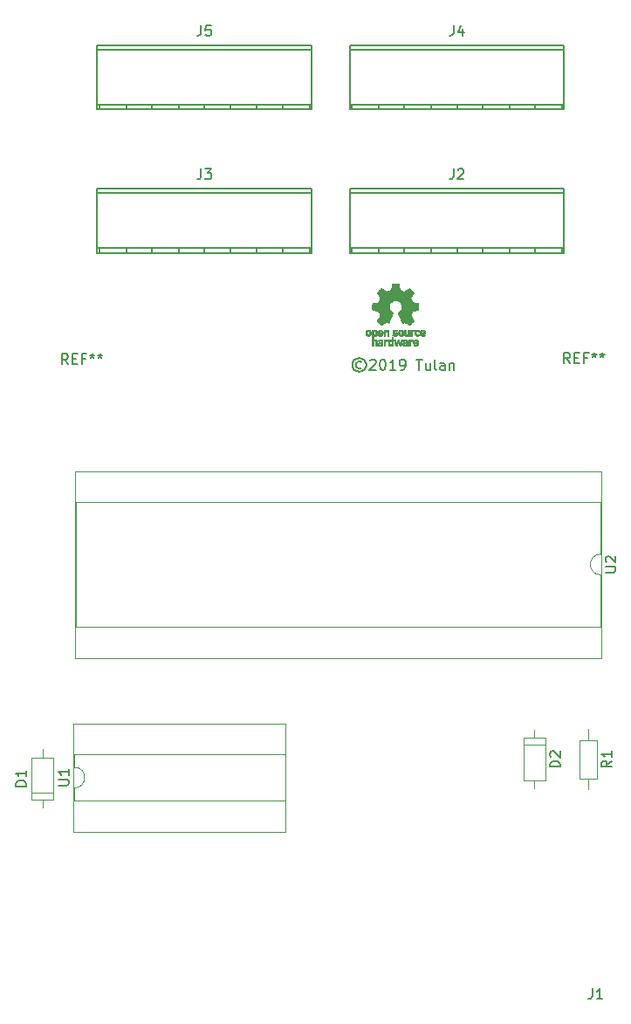
<source format=gbr>
G04 #@! TF.GenerationSoftware,KiCad,Pcbnew,5.1.5-52549c5~84~ubuntu19.10.1*
G04 #@! TF.CreationDate,2019-12-01T21:11:49+01:00*
G04 #@! TF.ProjectId,userport_expander,75736572-706f-4727-945f-657870616e64,rev?*
G04 #@! TF.SameCoordinates,Original*
G04 #@! TF.FileFunction,Legend,Top*
G04 #@! TF.FilePolarity,Positive*
%FSLAX46Y46*%
G04 Gerber Fmt 4.6, Leading zero omitted, Abs format (unit mm)*
G04 Created by KiCad (PCBNEW 5.1.5-52549c5~84~ubuntu19.10.1) date 2019-12-01 21:11:49*
%MOMM*%
%LPD*%
G04 APERTURE LIST*
%ADD10C,0.150000*%
%ADD11C,0.010000*%
%ADD12C,0.120000*%
G04 APERTURE END LIST*
D10*
X124904761Y-87690476D02*
X124809523Y-87642857D01*
X124619047Y-87642857D01*
X124523809Y-87690476D01*
X124428571Y-87785714D01*
X124380952Y-87880952D01*
X124380952Y-88071428D01*
X124428571Y-88166666D01*
X124523809Y-88261904D01*
X124619047Y-88309523D01*
X124809523Y-88309523D01*
X124904761Y-88261904D01*
X124714285Y-87309523D02*
X124476190Y-87357142D01*
X124238095Y-87500000D01*
X124095238Y-87738095D01*
X124047619Y-87976190D01*
X124095238Y-88214285D01*
X124238095Y-88452380D01*
X124476190Y-88595238D01*
X124714285Y-88642857D01*
X124952380Y-88595238D01*
X125190476Y-88452380D01*
X125333333Y-88214285D01*
X125380952Y-87976190D01*
X125333333Y-87738095D01*
X125190476Y-87500000D01*
X124952380Y-87357142D01*
X124714285Y-87309523D01*
X125761904Y-87547619D02*
X125809523Y-87500000D01*
X125904761Y-87452380D01*
X126142857Y-87452380D01*
X126238095Y-87500000D01*
X126285714Y-87547619D01*
X126333333Y-87642857D01*
X126333333Y-87738095D01*
X126285714Y-87880952D01*
X125714285Y-88452380D01*
X126333333Y-88452380D01*
X126952380Y-87452380D02*
X127047619Y-87452380D01*
X127142857Y-87500000D01*
X127190476Y-87547619D01*
X127238095Y-87642857D01*
X127285714Y-87833333D01*
X127285714Y-88071428D01*
X127238095Y-88261904D01*
X127190476Y-88357142D01*
X127142857Y-88404761D01*
X127047619Y-88452380D01*
X126952380Y-88452380D01*
X126857142Y-88404761D01*
X126809523Y-88357142D01*
X126761904Y-88261904D01*
X126714285Y-88071428D01*
X126714285Y-87833333D01*
X126761904Y-87642857D01*
X126809523Y-87547619D01*
X126857142Y-87500000D01*
X126952380Y-87452380D01*
X128238095Y-88452380D02*
X127666666Y-88452380D01*
X127952380Y-88452380D02*
X127952380Y-87452380D01*
X127857142Y-87595238D01*
X127761904Y-87690476D01*
X127666666Y-87738095D01*
X128714285Y-88452380D02*
X128904761Y-88452380D01*
X129000000Y-88404761D01*
X129047619Y-88357142D01*
X129142857Y-88214285D01*
X129190476Y-88023809D01*
X129190476Y-87642857D01*
X129142857Y-87547619D01*
X129095238Y-87500000D01*
X129000000Y-87452380D01*
X128809523Y-87452380D01*
X128714285Y-87500000D01*
X128666666Y-87547619D01*
X128619047Y-87642857D01*
X128619047Y-87880952D01*
X128666666Y-87976190D01*
X128714285Y-88023809D01*
X128809523Y-88071428D01*
X129000000Y-88071428D01*
X129095238Y-88023809D01*
X129142857Y-87976190D01*
X129190476Y-87880952D01*
X130238095Y-87452380D02*
X130809523Y-87452380D01*
X130523809Y-88452380D02*
X130523809Y-87452380D01*
X131571428Y-87785714D02*
X131571428Y-88452380D01*
X131142857Y-87785714D02*
X131142857Y-88309523D01*
X131190476Y-88404761D01*
X131285714Y-88452380D01*
X131428571Y-88452380D01*
X131523809Y-88404761D01*
X131571428Y-88357142D01*
X132190476Y-88452380D02*
X132095238Y-88404761D01*
X132047619Y-88309523D01*
X132047619Y-87452380D01*
X133000000Y-88452380D02*
X133000000Y-87928571D01*
X132952380Y-87833333D01*
X132857142Y-87785714D01*
X132666666Y-87785714D01*
X132571428Y-87833333D01*
X133000000Y-88404761D02*
X132904761Y-88452380D01*
X132666666Y-88452380D01*
X132571428Y-88404761D01*
X132523809Y-88309523D01*
X132523809Y-88214285D01*
X132571428Y-88119047D01*
X132666666Y-88071428D01*
X132904761Y-88071428D01*
X133000000Y-88023809D01*
X133476190Y-87785714D02*
X133476190Y-88452380D01*
X133476190Y-87880952D02*
X133523809Y-87833333D01*
X133619047Y-87785714D01*
X133761904Y-87785714D01*
X133857142Y-87833333D01*
X133904761Y-87928571D01*
X133904761Y-88452380D01*
D11*
G36*
X126291241Y-84569184D02*
G01*
X126317753Y-84582282D01*
X126350447Y-84605106D01*
X126374275Y-84629996D01*
X126390594Y-84661249D01*
X126400760Y-84703166D01*
X126406128Y-84760044D01*
X126408056Y-84836184D01*
X126408169Y-84868917D01*
X126407839Y-84940656D01*
X126406473Y-84991927D01*
X126403500Y-85027404D01*
X126398351Y-85051763D01*
X126390457Y-85069680D01*
X126382243Y-85081902D01*
X126329813Y-85133905D01*
X126268070Y-85165184D01*
X126201464Y-85174592D01*
X126134442Y-85160980D01*
X126113208Y-85151354D01*
X126062376Y-85124859D01*
X126062376Y-85540052D01*
X126099475Y-85520868D01*
X126148357Y-85506025D01*
X126208439Y-85502222D01*
X126268436Y-85509243D01*
X126313744Y-85525013D01*
X126351325Y-85555047D01*
X126383436Y-85598024D01*
X126385850Y-85602436D01*
X126396033Y-85623221D01*
X126403470Y-85644170D01*
X126408589Y-85669548D01*
X126411819Y-85703618D01*
X126413587Y-85750641D01*
X126414323Y-85814882D01*
X126414456Y-85887176D01*
X126414456Y-86117822D01*
X126276139Y-86117822D01*
X126276139Y-85692533D01*
X126237451Y-85659979D01*
X126197262Y-85633940D01*
X126159203Y-85629205D01*
X126120934Y-85641389D01*
X126100538Y-85653320D01*
X126085358Y-85670313D01*
X126074562Y-85695995D01*
X126067317Y-85733991D01*
X126062792Y-85787926D01*
X126060156Y-85861425D01*
X126059228Y-85910347D01*
X126056089Y-86111535D01*
X125990074Y-86115336D01*
X125924060Y-86119136D01*
X125924060Y-84870650D01*
X126062376Y-84870650D01*
X126065903Y-84940254D01*
X126077785Y-84988569D01*
X126099980Y-85018631D01*
X126134441Y-85033471D01*
X126169258Y-85036436D01*
X126208671Y-85033028D01*
X126234829Y-85019617D01*
X126251186Y-85001896D01*
X126264063Y-84982835D01*
X126271728Y-84961601D01*
X126275139Y-84931849D01*
X126275251Y-84887236D01*
X126274103Y-84849880D01*
X126271468Y-84793604D01*
X126267544Y-84756658D01*
X126260937Y-84733223D01*
X126250251Y-84717480D01*
X126240167Y-84708380D01*
X126198030Y-84688537D01*
X126148160Y-84685332D01*
X126119524Y-84692168D01*
X126091172Y-84716464D01*
X126072391Y-84763728D01*
X126063288Y-84833624D01*
X126062376Y-84870650D01*
X125924060Y-84870650D01*
X125924060Y-84558614D01*
X125993218Y-84558614D01*
X126034740Y-84560256D01*
X126056162Y-84566087D01*
X126062374Y-84577461D01*
X126062376Y-84577798D01*
X126065258Y-84588938D01*
X126077970Y-84587673D01*
X126103243Y-84575433D01*
X126162131Y-84556707D01*
X126228385Y-84554739D01*
X126291241Y-84569184D01*
G37*
X126291241Y-84569184D02*
X126317753Y-84582282D01*
X126350447Y-84605106D01*
X126374275Y-84629996D01*
X126390594Y-84661249D01*
X126400760Y-84703166D01*
X126406128Y-84760044D01*
X126408056Y-84836184D01*
X126408169Y-84868917D01*
X126407839Y-84940656D01*
X126406473Y-84991927D01*
X126403500Y-85027404D01*
X126398351Y-85051763D01*
X126390457Y-85069680D01*
X126382243Y-85081902D01*
X126329813Y-85133905D01*
X126268070Y-85165184D01*
X126201464Y-85174592D01*
X126134442Y-85160980D01*
X126113208Y-85151354D01*
X126062376Y-85124859D01*
X126062376Y-85540052D01*
X126099475Y-85520868D01*
X126148357Y-85506025D01*
X126208439Y-85502222D01*
X126268436Y-85509243D01*
X126313744Y-85525013D01*
X126351325Y-85555047D01*
X126383436Y-85598024D01*
X126385850Y-85602436D01*
X126396033Y-85623221D01*
X126403470Y-85644170D01*
X126408589Y-85669548D01*
X126411819Y-85703618D01*
X126413587Y-85750641D01*
X126414323Y-85814882D01*
X126414456Y-85887176D01*
X126414456Y-86117822D01*
X126276139Y-86117822D01*
X126276139Y-85692533D01*
X126237451Y-85659979D01*
X126197262Y-85633940D01*
X126159203Y-85629205D01*
X126120934Y-85641389D01*
X126100538Y-85653320D01*
X126085358Y-85670313D01*
X126074562Y-85695995D01*
X126067317Y-85733991D01*
X126062792Y-85787926D01*
X126060156Y-85861425D01*
X126059228Y-85910347D01*
X126056089Y-86111535D01*
X125990074Y-86115336D01*
X125924060Y-86119136D01*
X125924060Y-84870650D01*
X126062376Y-84870650D01*
X126065903Y-84940254D01*
X126077785Y-84988569D01*
X126099980Y-85018631D01*
X126134441Y-85033471D01*
X126169258Y-85036436D01*
X126208671Y-85033028D01*
X126234829Y-85019617D01*
X126251186Y-85001896D01*
X126264063Y-84982835D01*
X126271728Y-84961601D01*
X126275139Y-84931849D01*
X126275251Y-84887236D01*
X126274103Y-84849880D01*
X126271468Y-84793604D01*
X126267544Y-84756658D01*
X126260937Y-84733223D01*
X126250251Y-84717480D01*
X126240167Y-84708380D01*
X126198030Y-84688537D01*
X126148160Y-84685332D01*
X126119524Y-84692168D01*
X126091172Y-84716464D01*
X126072391Y-84763728D01*
X126063288Y-84833624D01*
X126062376Y-84870650D01*
X125924060Y-84870650D01*
X125924060Y-84558614D01*
X125993218Y-84558614D01*
X126034740Y-84560256D01*
X126056162Y-84566087D01*
X126062374Y-84577461D01*
X126062376Y-84577798D01*
X126065258Y-84588938D01*
X126077970Y-84587673D01*
X126103243Y-84575433D01*
X126162131Y-84556707D01*
X126228385Y-84554739D01*
X126291241Y-84569184D01*
G36*
X126815790Y-85506555D02*
G01*
X126874945Y-85522339D01*
X126919977Y-85550948D01*
X126951754Y-85588419D01*
X126961634Y-85604411D01*
X126968927Y-85621163D01*
X126974026Y-85642592D01*
X126977321Y-85672616D01*
X126979203Y-85715154D01*
X126980063Y-85774122D01*
X126980293Y-85853440D01*
X126980297Y-85874484D01*
X126980297Y-86117822D01*
X126919941Y-86117822D01*
X126881443Y-86115126D01*
X126852977Y-86108295D01*
X126845845Y-86104083D01*
X126826348Y-86096813D01*
X126806434Y-86104083D01*
X126773647Y-86113160D01*
X126726022Y-86116813D01*
X126673236Y-86115228D01*
X126624964Y-86108589D01*
X126596782Y-86100072D01*
X126542247Y-86065063D01*
X126508165Y-86016479D01*
X126492843Y-85951882D01*
X126492701Y-85950223D01*
X126494045Y-85921566D01*
X126615644Y-85921566D01*
X126626274Y-85954161D01*
X126643590Y-85972505D01*
X126678348Y-85986379D01*
X126724227Y-85991917D01*
X126771012Y-85989191D01*
X126808486Y-85978274D01*
X126818985Y-85971269D01*
X126837332Y-85938904D01*
X126841980Y-85902111D01*
X126841980Y-85853763D01*
X126772418Y-85853763D01*
X126706333Y-85858850D01*
X126656236Y-85873263D01*
X126625071Y-85895729D01*
X126615644Y-85921566D01*
X126494045Y-85921566D01*
X126496013Y-85879647D01*
X126519290Y-85823845D01*
X126563052Y-85781647D01*
X126569101Y-85777808D01*
X126595093Y-85765309D01*
X126627265Y-85757740D01*
X126672240Y-85754061D01*
X126725669Y-85753216D01*
X126841980Y-85753169D01*
X126841980Y-85704411D01*
X126837047Y-85666581D01*
X126824457Y-85641236D01*
X126822983Y-85639887D01*
X126794966Y-85628800D01*
X126752674Y-85624503D01*
X126705936Y-85626615D01*
X126664582Y-85634756D01*
X126640043Y-85646965D01*
X126626747Y-85656746D01*
X126612706Y-85658613D01*
X126593329Y-85650600D01*
X126564024Y-85630739D01*
X126520197Y-85597063D01*
X126516175Y-85593909D01*
X126518236Y-85582236D01*
X126535432Y-85562822D01*
X126561567Y-85541248D01*
X126590448Y-85523096D01*
X126599522Y-85518809D01*
X126632620Y-85510256D01*
X126681120Y-85504155D01*
X126735305Y-85501708D01*
X126737839Y-85501703D01*
X126815790Y-85506555D01*
G37*
X126815790Y-85506555D02*
X126874945Y-85522339D01*
X126919977Y-85550948D01*
X126951754Y-85588419D01*
X126961634Y-85604411D01*
X126968927Y-85621163D01*
X126974026Y-85642592D01*
X126977321Y-85672616D01*
X126979203Y-85715154D01*
X126980063Y-85774122D01*
X126980293Y-85853440D01*
X126980297Y-85874484D01*
X126980297Y-86117822D01*
X126919941Y-86117822D01*
X126881443Y-86115126D01*
X126852977Y-86108295D01*
X126845845Y-86104083D01*
X126826348Y-86096813D01*
X126806434Y-86104083D01*
X126773647Y-86113160D01*
X126726022Y-86116813D01*
X126673236Y-86115228D01*
X126624964Y-86108589D01*
X126596782Y-86100072D01*
X126542247Y-86065063D01*
X126508165Y-86016479D01*
X126492843Y-85951882D01*
X126492701Y-85950223D01*
X126494045Y-85921566D01*
X126615644Y-85921566D01*
X126626274Y-85954161D01*
X126643590Y-85972505D01*
X126678348Y-85986379D01*
X126724227Y-85991917D01*
X126771012Y-85989191D01*
X126808486Y-85978274D01*
X126818985Y-85971269D01*
X126837332Y-85938904D01*
X126841980Y-85902111D01*
X126841980Y-85853763D01*
X126772418Y-85853763D01*
X126706333Y-85858850D01*
X126656236Y-85873263D01*
X126625071Y-85895729D01*
X126615644Y-85921566D01*
X126494045Y-85921566D01*
X126496013Y-85879647D01*
X126519290Y-85823845D01*
X126563052Y-85781647D01*
X126569101Y-85777808D01*
X126595093Y-85765309D01*
X126627265Y-85757740D01*
X126672240Y-85754061D01*
X126725669Y-85753216D01*
X126841980Y-85753169D01*
X126841980Y-85704411D01*
X126837047Y-85666581D01*
X126824457Y-85641236D01*
X126822983Y-85639887D01*
X126794966Y-85628800D01*
X126752674Y-85624503D01*
X126705936Y-85626615D01*
X126664582Y-85634756D01*
X126640043Y-85646965D01*
X126626747Y-85656746D01*
X126612706Y-85658613D01*
X126593329Y-85650600D01*
X126564024Y-85630739D01*
X126520197Y-85597063D01*
X126516175Y-85593909D01*
X126518236Y-85582236D01*
X126535432Y-85562822D01*
X126561567Y-85541248D01*
X126590448Y-85523096D01*
X126599522Y-85518809D01*
X126632620Y-85510256D01*
X126681120Y-85504155D01*
X126735305Y-85501708D01*
X126737839Y-85501703D01*
X126815790Y-85506555D01*
G36*
X127206644Y-85503020D02*
G01*
X127225461Y-85508660D01*
X127231527Y-85521053D01*
X127231782Y-85526647D01*
X127232871Y-85542230D01*
X127240368Y-85544676D01*
X127260619Y-85533993D01*
X127272649Y-85526694D01*
X127310600Y-85511063D01*
X127355928Y-85503334D01*
X127403456Y-85502740D01*
X127448005Y-85508513D01*
X127484398Y-85519884D01*
X127507457Y-85536088D01*
X127512004Y-85556355D01*
X127509709Y-85561843D01*
X127492980Y-85584626D01*
X127467037Y-85612647D01*
X127462345Y-85617177D01*
X127437617Y-85638005D01*
X127416282Y-85644735D01*
X127386445Y-85640038D01*
X127374492Y-85636917D01*
X127337295Y-85629421D01*
X127311141Y-85632792D01*
X127289054Y-85644681D01*
X127268822Y-85660635D01*
X127253921Y-85680700D01*
X127243566Y-85708702D01*
X127236971Y-85748467D01*
X127233351Y-85803823D01*
X127231922Y-85878594D01*
X127231782Y-85923740D01*
X127231782Y-86117822D01*
X127106040Y-86117822D01*
X127106040Y-85501683D01*
X127168911Y-85501683D01*
X127206644Y-85503020D01*
G37*
X127206644Y-85503020D02*
X127225461Y-85508660D01*
X127231527Y-85521053D01*
X127231782Y-85526647D01*
X127232871Y-85542230D01*
X127240368Y-85544676D01*
X127260619Y-85533993D01*
X127272649Y-85526694D01*
X127310600Y-85511063D01*
X127355928Y-85503334D01*
X127403456Y-85502740D01*
X127448005Y-85508513D01*
X127484398Y-85519884D01*
X127507457Y-85536088D01*
X127512004Y-85556355D01*
X127509709Y-85561843D01*
X127492980Y-85584626D01*
X127467037Y-85612647D01*
X127462345Y-85617177D01*
X127437617Y-85638005D01*
X127416282Y-85644735D01*
X127386445Y-85640038D01*
X127374492Y-85636917D01*
X127337295Y-85629421D01*
X127311141Y-85632792D01*
X127289054Y-85644681D01*
X127268822Y-85660635D01*
X127253921Y-85680700D01*
X127243566Y-85708702D01*
X127236971Y-85748467D01*
X127233351Y-85803823D01*
X127231922Y-85878594D01*
X127231782Y-85923740D01*
X127231782Y-86117822D01*
X127106040Y-86117822D01*
X127106040Y-85501683D01*
X127168911Y-85501683D01*
X127206644Y-85503020D01*
G36*
X127998812Y-86117822D02*
G01*
X127929654Y-86117822D01*
X127889512Y-86116645D01*
X127868606Y-86111772D01*
X127861078Y-86101186D01*
X127860495Y-86094029D01*
X127859226Y-86079676D01*
X127851221Y-86076923D01*
X127830185Y-86085771D01*
X127813827Y-86094029D01*
X127751023Y-86113597D01*
X127682752Y-86114729D01*
X127627248Y-86100135D01*
X127575562Y-86064877D01*
X127536162Y-86012835D01*
X127514587Y-85951450D01*
X127514038Y-85948018D01*
X127510833Y-85910571D01*
X127509239Y-85856813D01*
X127509367Y-85816155D01*
X127646721Y-85816155D01*
X127649903Y-85870194D01*
X127657141Y-85914735D01*
X127666940Y-85939888D01*
X127704011Y-85974260D01*
X127748026Y-85986582D01*
X127793416Y-85976618D01*
X127832203Y-85946895D01*
X127846892Y-85926905D01*
X127855481Y-85903050D01*
X127859504Y-85868230D01*
X127860495Y-85815930D01*
X127858722Y-85764139D01*
X127854037Y-85718634D01*
X127847397Y-85688181D01*
X127846290Y-85685452D01*
X127819509Y-85653000D01*
X127780421Y-85635183D01*
X127736685Y-85632306D01*
X127695962Y-85644674D01*
X127665913Y-85672593D01*
X127662796Y-85678148D01*
X127653039Y-85712022D01*
X127647723Y-85760728D01*
X127646721Y-85816155D01*
X127509367Y-85816155D01*
X127509432Y-85795540D01*
X127510336Y-85762563D01*
X127516486Y-85680981D01*
X127529267Y-85619730D01*
X127550529Y-85574449D01*
X127582122Y-85540779D01*
X127612793Y-85521014D01*
X127655646Y-85507120D01*
X127708944Y-85502354D01*
X127763520Y-85506236D01*
X127810208Y-85518282D01*
X127834876Y-85532693D01*
X127860495Y-85555878D01*
X127860495Y-85262773D01*
X127998812Y-85262773D01*
X127998812Y-86117822D01*
G37*
X127998812Y-86117822D02*
X127929654Y-86117822D01*
X127889512Y-86116645D01*
X127868606Y-86111772D01*
X127861078Y-86101186D01*
X127860495Y-86094029D01*
X127859226Y-86079676D01*
X127851221Y-86076923D01*
X127830185Y-86085771D01*
X127813827Y-86094029D01*
X127751023Y-86113597D01*
X127682752Y-86114729D01*
X127627248Y-86100135D01*
X127575562Y-86064877D01*
X127536162Y-86012835D01*
X127514587Y-85951450D01*
X127514038Y-85948018D01*
X127510833Y-85910571D01*
X127509239Y-85856813D01*
X127509367Y-85816155D01*
X127646721Y-85816155D01*
X127649903Y-85870194D01*
X127657141Y-85914735D01*
X127666940Y-85939888D01*
X127704011Y-85974260D01*
X127748026Y-85986582D01*
X127793416Y-85976618D01*
X127832203Y-85946895D01*
X127846892Y-85926905D01*
X127855481Y-85903050D01*
X127859504Y-85868230D01*
X127860495Y-85815930D01*
X127858722Y-85764139D01*
X127854037Y-85718634D01*
X127847397Y-85688181D01*
X127846290Y-85685452D01*
X127819509Y-85653000D01*
X127780421Y-85635183D01*
X127736685Y-85632306D01*
X127695962Y-85644674D01*
X127665913Y-85672593D01*
X127662796Y-85678148D01*
X127653039Y-85712022D01*
X127647723Y-85760728D01*
X127646721Y-85816155D01*
X127509367Y-85816155D01*
X127509432Y-85795540D01*
X127510336Y-85762563D01*
X127516486Y-85680981D01*
X127529267Y-85619730D01*
X127550529Y-85574449D01*
X127582122Y-85540779D01*
X127612793Y-85521014D01*
X127655646Y-85507120D01*
X127708944Y-85502354D01*
X127763520Y-85506236D01*
X127810208Y-85518282D01*
X127834876Y-85532693D01*
X127860495Y-85555878D01*
X127860495Y-85262773D01*
X127998812Y-85262773D01*
X127998812Y-86117822D01*
G36*
X128481524Y-85504237D02*
G01*
X128531255Y-85507971D01*
X128661291Y-85897773D01*
X128681678Y-85828614D01*
X128693946Y-85785874D01*
X128710085Y-85728115D01*
X128727512Y-85664625D01*
X128736726Y-85630570D01*
X128771388Y-85501683D01*
X128914391Y-85501683D01*
X128871646Y-85636857D01*
X128850596Y-85703342D01*
X128825167Y-85783539D01*
X128798610Y-85867193D01*
X128774902Y-85941782D01*
X128720902Y-86111535D01*
X128662598Y-86115328D01*
X128604295Y-86119122D01*
X128572679Y-86014734D01*
X128553182Y-85949889D01*
X128531904Y-85878400D01*
X128513308Y-85815263D01*
X128512574Y-85812750D01*
X128498684Y-85769969D01*
X128486429Y-85740779D01*
X128477846Y-85729741D01*
X128476082Y-85731018D01*
X128469891Y-85748130D01*
X128458128Y-85784787D01*
X128442225Y-85836378D01*
X128423614Y-85898294D01*
X128413543Y-85932352D01*
X128359007Y-86117822D01*
X128243264Y-86117822D01*
X128150737Y-85825471D01*
X128124744Y-85743462D01*
X128101066Y-85668987D01*
X128080820Y-85605544D01*
X128065126Y-85556632D01*
X128055102Y-85525749D01*
X128052055Y-85516726D01*
X128054467Y-85507487D01*
X128073408Y-85503441D01*
X128112823Y-85503846D01*
X128118993Y-85504152D01*
X128192086Y-85507971D01*
X128239957Y-85684010D01*
X128257553Y-85748211D01*
X128273277Y-85804649D01*
X128285746Y-85848422D01*
X128293574Y-85874630D01*
X128295020Y-85878903D01*
X128301014Y-85873990D01*
X128313101Y-85848532D01*
X128329893Y-85805997D01*
X128350003Y-85749850D01*
X128367003Y-85699130D01*
X128431794Y-85500504D01*
X128481524Y-85504237D01*
G37*
X128481524Y-85504237D02*
X128531255Y-85507971D01*
X128661291Y-85897773D01*
X128681678Y-85828614D01*
X128693946Y-85785874D01*
X128710085Y-85728115D01*
X128727512Y-85664625D01*
X128736726Y-85630570D01*
X128771388Y-85501683D01*
X128914391Y-85501683D01*
X128871646Y-85636857D01*
X128850596Y-85703342D01*
X128825167Y-85783539D01*
X128798610Y-85867193D01*
X128774902Y-85941782D01*
X128720902Y-86111535D01*
X128662598Y-86115328D01*
X128604295Y-86119122D01*
X128572679Y-86014734D01*
X128553182Y-85949889D01*
X128531904Y-85878400D01*
X128513308Y-85815263D01*
X128512574Y-85812750D01*
X128498684Y-85769969D01*
X128486429Y-85740779D01*
X128477846Y-85729741D01*
X128476082Y-85731018D01*
X128469891Y-85748130D01*
X128458128Y-85784787D01*
X128442225Y-85836378D01*
X128423614Y-85898294D01*
X128413543Y-85932352D01*
X128359007Y-86117822D01*
X128243264Y-86117822D01*
X128150737Y-85825471D01*
X128124744Y-85743462D01*
X128101066Y-85668987D01*
X128080820Y-85605544D01*
X128065126Y-85556632D01*
X128055102Y-85525749D01*
X128052055Y-85516726D01*
X128054467Y-85507487D01*
X128073408Y-85503441D01*
X128112823Y-85503846D01*
X128118993Y-85504152D01*
X128192086Y-85507971D01*
X128239957Y-85684010D01*
X128257553Y-85748211D01*
X128273277Y-85804649D01*
X128285746Y-85848422D01*
X128293574Y-85874630D01*
X128295020Y-85878903D01*
X128301014Y-85873990D01*
X128313101Y-85848532D01*
X128329893Y-85805997D01*
X128350003Y-85749850D01*
X128367003Y-85699130D01*
X128431794Y-85500504D01*
X128481524Y-85504237D01*
G36*
X129238411Y-85505417D02*
G01*
X129291411Y-85518290D01*
X129306731Y-85525110D01*
X129336428Y-85542974D01*
X129359220Y-85563093D01*
X129376083Y-85588962D01*
X129387998Y-85624073D01*
X129395942Y-85671920D01*
X129400894Y-85735996D01*
X129403831Y-85819794D01*
X129404947Y-85875768D01*
X129409052Y-86117822D01*
X129338932Y-86117822D01*
X129296393Y-86116038D01*
X129274476Y-86109942D01*
X129268812Y-86099706D01*
X129265821Y-86088637D01*
X129252451Y-86090754D01*
X129234233Y-86099629D01*
X129188624Y-86113233D01*
X129130007Y-86116899D01*
X129068354Y-86110903D01*
X129013638Y-86095521D01*
X129008730Y-86093386D01*
X128958723Y-86058255D01*
X128925756Y-86009419D01*
X128910587Y-85952333D01*
X128911746Y-85931824D01*
X129035508Y-85931824D01*
X129046413Y-85959425D01*
X129078745Y-85979204D01*
X129130910Y-85989819D01*
X129158787Y-85991228D01*
X129205247Y-85987620D01*
X129236129Y-85973597D01*
X129243664Y-85966931D01*
X129264076Y-85930666D01*
X129268812Y-85897773D01*
X129268812Y-85853763D01*
X129207513Y-85853763D01*
X129136256Y-85857395D01*
X129086276Y-85868818D01*
X129054696Y-85888824D01*
X129047626Y-85897743D01*
X129035508Y-85931824D01*
X128911746Y-85931824D01*
X128913971Y-85892456D01*
X128936663Y-85835244D01*
X128967624Y-85796580D01*
X128986376Y-85779864D01*
X129004733Y-85768878D01*
X129028619Y-85762180D01*
X129063957Y-85758326D01*
X129116669Y-85755873D01*
X129137577Y-85755168D01*
X129268812Y-85750879D01*
X129268620Y-85711158D01*
X129263537Y-85669405D01*
X129245162Y-85644158D01*
X129208039Y-85628030D01*
X129207043Y-85627742D01*
X129154410Y-85621400D01*
X129102906Y-85629684D01*
X129064630Y-85649827D01*
X129049272Y-85659773D01*
X129032730Y-85658397D01*
X129007275Y-85643987D01*
X128992328Y-85633817D01*
X128963091Y-85612088D01*
X128944980Y-85595800D01*
X128942074Y-85591137D01*
X128954040Y-85567005D01*
X128989396Y-85538185D01*
X129004753Y-85528461D01*
X129048901Y-85511714D01*
X129108398Y-85502227D01*
X129174487Y-85500095D01*
X129238411Y-85505417D01*
G37*
X129238411Y-85505417D02*
X129291411Y-85518290D01*
X129306731Y-85525110D01*
X129336428Y-85542974D01*
X129359220Y-85563093D01*
X129376083Y-85588962D01*
X129387998Y-85624073D01*
X129395942Y-85671920D01*
X129400894Y-85735996D01*
X129403831Y-85819794D01*
X129404947Y-85875768D01*
X129409052Y-86117822D01*
X129338932Y-86117822D01*
X129296393Y-86116038D01*
X129274476Y-86109942D01*
X129268812Y-86099706D01*
X129265821Y-86088637D01*
X129252451Y-86090754D01*
X129234233Y-86099629D01*
X129188624Y-86113233D01*
X129130007Y-86116899D01*
X129068354Y-86110903D01*
X129013638Y-86095521D01*
X129008730Y-86093386D01*
X128958723Y-86058255D01*
X128925756Y-86009419D01*
X128910587Y-85952333D01*
X128911746Y-85931824D01*
X129035508Y-85931824D01*
X129046413Y-85959425D01*
X129078745Y-85979204D01*
X129130910Y-85989819D01*
X129158787Y-85991228D01*
X129205247Y-85987620D01*
X129236129Y-85973597D01*
X129243664Y-85966931D01*
X129264076Y-85930666D01*
X129268812Y-85897773D01*
X129268812Y-85853763D01*
X129207513Y-85853763D01*
X129136256Y-85857395D01*
X129086276Y-85868818D01*
X129054696Y-85888824D01*
X129047626Y-85897743D01*
X129035508Y-85931824D01*
X128911746Y-85931824D01*
X128913971Y-85892456D01*
X128936663Y-85835244D01*
X128967624Y-85796580D01*
X128986376Y-85779864D01*
X129004733Y-85768878D01*
X129028619Y-85762180D01*
X129063957Y-85758326D01*
X129116669Y-85755873D01*
X129137577Y-85755168D01*
X129268812Y-85750879D01*
X129268620Y-85711158D01*
X129263537Y-85669405D01*
X129245162Y-85644158D01*
X129208039Y-85628030D01*
X129207043Y-85627742D01*
X129154410Y-85621400D01*
X129102906Y-85629684D01*
X129064630Y-85649827D01*
X129049272Y-85659773D01*
X129032730Y-85658397D01*
X129007275Y-85643987D01*
X128992328Y-85633817D01*
X128963091Y-85612088D01*
X128944980Y-85595800D01*
X128942074Y-85591137D01*
X128954040Y-85567005D01*
X128989396Y-85538185D01*
X129004753Y-85528461D01*
X129048901Y-85511714D01*
X129108398Y-85502227D01*
X129174487Y-85500095D01*
X129238411Y-85505417D01*
G36*
X129835255Y-85501486D02*
G01*
X129883595Y-85511015D01*
X129911114Y-85525125D01*
X129940064Y-85548568D01*
X129898876Y-85600571D01*
X129873482Y-85632064D01*
X129856238Y-85647428D01*
X129839102Y-85649776D01*
X129814027Y-85642217D01*
X129802257Y-85637941D01*
X129754270Y-85631631D01*
X129710324Y-85645156D01*
X129678060Y-85675710D01*
X129672819Y-85685452D01*
X129667112Y-85711258D01*
X129662706Y-85758817D01*
X129659811Y-85824758D01*
X129658631Y-85905710D01*
X129658614Y-85917226D01*
X129658614Y-86117822D01*
X129520297Y-86117822D01*
X129520297Y-85501683D01*
X129589456Y-85501683D01*
X129629333Y-85502725D01*
X129650107Y-85507358D01*
X129657789Y-85517849D01*
X129658614Y-85527745D01*
X129658614Y-85553806D01*
X129691745Y-85527745D01*
X129729735Y-85509965D01*
X129780770Y-85501174D01*
X129835255Y-85501486D01*
G37*
X129835255Y-85501486D02*
X129883595Y-85511015D01*
X129911114Y-85525125D01*
X129940064Y-85548568D01*
X129898876Y-85600571D01*
X129873482Y-85632064D01*
X129856238Y-85647428D01*
X129839102Y-85649776D01*
X129814027Y-85642217D01*
X129802257Y-85637941D01*
X129754270Y-85631631D01*
X129710324Y-85645156D01*
X129678060Y-85675710D01*
X129672819Y-85685452D01*
X129667112Y-85711258D01*
X129662706Y-85758817D01*
X129659811Y-85824758D01*
X129658631Y-85905710D01*
X129658614Y-85917226D01*
X129658614Y-86117822D01*
X129520297Y-86117822D01*
X129520297Y-85501683D01*
X129589456Y-85501683D01*
X129629333Y-85502725D01*
X129650107Y-85507358D01*
X129657789Y-85517849D01*
X129658614Y-85527745D01*
X129658614Y-85553806D01*
X129691745Y-85527745D01*
X129729735Y-85509965D01*
X129780770Y-85501174D01*
X129835255Y-85501486D01*
G36*
X130232581Y-85504970D02*
G01*
X130292685Y-85520597D01*
X130343021Y-85552848D01*
X130367393Y-85576940D01*
X130407345Y-85633895D01*
X130430242Y-85699965D01*
X130438108Y-85781182D01*
X130438148Y-85787748D01*
X130438218Y-85853763D01*
X130058264Y-85853763D01*
X130066363Y-85888342D01*
X130080987Y-85919659D01*
X130106581Y-85952291D01*
X130111935Y-85957500D01*
X130157943Y-85985694D01*
X130210410Y-85990475D01*
X130270803Y-85971926D01*
X130281040Y-85966931D01*
X130312439Y-85951745D01*
X130333470Y-85943094D01*
X130337139Y-85942293D01*
X130349948Y-85950063D01*
X130374378Y-85969072D01*
X130386779Y-85979460D01*
X130412476Y-86003321D01*
X130420915Y-86019077D01*
X130415058Y-86033571D01*
X130411928Y-86037534D01*
X130390725Y-86054879D01*
X130355738Y-86075959D01*
X130331337Y-86088265D01*
X130262072Y-86109946D01*
X130185388Y-86116971D01*
X130112765Y-86108647D01*
X130092426Y-86102686D01*
X130029476Y-86068952D01*
X129982815Y-86017045D01*
X129952173Y-85946459D01*
X129937282Y-85856692D01*
X129935647Y-85809753D01*
X129940421Y-85741413D01*
X130060990Y-85741413D01*
X130072652Y-85746465D01*
X130103998Y-85750429D01*
X130149571Y-85752768D01*
X130180446Y-85753169D01*
X130235981Y-85752783D01*
X130271033Y-85750975D01*
X130290262Y-85746773D01*
X130298330Y-85739203D01*
X130299901Y-85728218D01*
X130289121Y-85694381D01*
X130261980Y-85660940D01*
X130226277Y-85635272D01*
X130190560Y-85624772D01*
X130142048Y-85634086D01*
X130100053Y-85661013D01*
X130070936Y-85699827D01*
X130060990Y-85741413D01*
X129940421Y-85741413D01*
X129942599Y-85710236D01*
X129964055Y-85630949D01*
X130000470Y-85571263D01*
X130052297Y-85530549D01*
X130119990Y-85508179D01*
X130156662Y-85503871D01*
X130232581Y-85504970D01*
G37*
X130232581Y-85504970D02*
X130292685Y-85520597D01*
X130343021Y-85552848D01*
X130367393Y-85576940D01*
X130407345Y-85633895D01*
X130430242Y-85699965D01*
X130438108Y-85781182D01*
X130438148Y-85787748D01*
X130438218Y-85853763D01*
X130058264Y-85853763D01*
X130066363Y-85888342D01*
X130080987Y-85919659D01*
X130106581Y-85952291D01*
X130111935Y-85957500D01*
X130157943Y-85985694D01*
X130210410Y-85990475D01*
X130270803Y-85971926D01*
X130281040Y-85966931D01*
X130312439Y-85951745D01*
X130333470Y-85943094D01*
X130337139Y-85942293D01*
X130349948Y-85950063D01*
X130374378Y-85969072D01*
X130386779Y-85979460D01*
X130412476Y-86003321D01*
X130420915Y-86019077D01*
X130415058Y-86033571D01*
X130411928Y-86037534D01*
X130390725Y-86054879D01*
X130355738Y-86075959D01*
X130331337Y-86088265D01*
X130262072Y-86109946D01*
X130185388Y-86116971D01*
X130112765Y-86108647D01*
X130092426Y-86102686D01*
X130029476Y-86068952D01*
X129982815Y-86017045D01*
X129952173Y-85946459D01*
X129937282Y-85856692D01*
X129935647Y-85809753D01*
X129940421Y-85741413D01*
X130060990Y-85741413D01*
X130072652Y-85746465D01*
X130103998Y-85750429D01*
X130149571Y-85752768D01*
X130180446Y-85753169D01*
X130235981Y-85752783D01*
X130271033Y-85750975D01*
X130290262Y-85746773D01*
X130298330Y-85739203D01*
X130299901Y-85728218D01*
X130289121Y-85694381D01*
X130261980Y-85660940D01*
X130226277Y-85635272D01*
X130190560Y-85624772D01*
X130142048Y-85634086D01*
X130100053Y-85661013D01*
X130070936Y-85699827D01*
X130060990Y-85741413D01*
X129940421Y-85741413D01*
X129942599Y-85710236D01*
X129964055Y-85630949D01*
X130000470Y-85571263D01*
X130052297Y-85530549D01*
X130119990Y-85508179D01*
X130156662Y-85503871D01*
X130232581Y-85504970D01*
G36*
X125661739Y-84565148D02*
G01*
X125727521Y-84594231D01*
X125777460Y-84642793D01*
X125811626Y-84710908D01*
X125830093Y-84798651D01*
X125831417Y-84812351D01*
X125832454Y-84908939D01*
X125819007Y-84993602D01*
X125791892Y-85062221D01*
X125777373Y-85084294D01*
X125726799Y-85131011D01*
X125662391Y-85161268D01*
X125590334Y-85173824D01*
X125516815Y-85167439D01*
X125460928Y-85147772D01*
X125412868Y-85114629D01*
X125373588Y-85071175D01*
X125372908Y-85070158D01*
X125356956Y-85043338D01*
X125346590Y-85016368D01*
X125340312Y-84982332D01*
X125336627Y-84934310D01*
X125335003Y-84894931D01*
X125334328Y-84859219D01*
X125460045Y-84859219D01*
X125461274Y-84894770D01*
X125465734Y-84942094D01*
X125473603Y-84972465D01*
X125487793Y-84994072D01*
X125501083Y-85006694D01*
X125548198Y-85033122D01*
X125597495Y-85036653D01*
X125643407Y-85017639D01*
X125666362Y-84996331D01*
X125682904Y-84974859D01*
X125692579Y-84954313D01*
X125696826Y-84927574D01*
X125697080Y-84887523D01*
X125695772Y-84850638D01*
X125692957Y-84797947D01*
X125688495Y-84763772D01*
X125680452Y-84741480D01*
X125666897Y-84724442D01*
X125656155Y-84714703D01*
X125611223Y-84689123D01*
X125562751Y-84687847D01*
X125522106Y-84702999D01*
X125487433Y-84734642D01*
X125466776Y-84786620D01*
X125460045Y-84859219D01*
X125334328Y-84859219D01*
X125333521Y-84816621D01*
X125336052Y-84758056D01*
X125343638Y-84714007D01*
X125357319Y-84679248D01*
X125378135Y-84648551D01*
X125385853Y-84639436D01*
X125434111Y-84594021D01*
X125485872Y-84567493D01*
X125549172Y-84556379D01*
X125580039Y-84555471D01*
X125661739Y-84565148D01*
G37*
X125661739Y-84565148D02*
X125727521Y-84594231D01*
X125777460Y-84642793D01*
X125811626Y-84710908D01*
X125830093Y-84798651D01*
X125831417Y-84812351D01*
X125832454Y-84908939D01*
X125819007Y-84993602D01*
X125791892Y-85062221D01*
X125777373Y-85084294D01*
X125726799Y-85131011D01*
X125662391Y-85161268D01*
X125590334Y-85173824D01*
X125516815Y-85167439D01*
X125460928Y-85147772D01*
X125412868Y-85114629D01*
X125373588Y-85071175D01*
X125372908Y-85070158D01*
X125356956Y-85043338D01*
X125346590Y-85016368D01*
X125340312Y-84982332D01*
X125336627Y-84934310D01*
X125335003Y-84894931D01*
X125334328Y-84859219D01*
X125460045Y-84859219D01*
X125461274Y-84894770D01*
X125465734Y-84942094D01*
X125473603Y-84972465D01*
X125487793Y-84994072D01*
X125501083Y-85006694D01*
X125548198Y-85033122D01*
X125597495Y-85036653D01*
X125643407Y-85017639D01*
X125666362Y-84996331D01*
X125682904Y-84974859D01*
X125692579Y-84954313D01*
X125696826Y-84927574D01*
X125697080Y-84887523D01*
X125695772Y-84850638D01*
X125692957Y-84797947D01*
X125688495Y-84763772D01*
X125680452Y-84741480D01*
X125666897Y-84724442D01*
X125656155Y-84714703D01*
X125611223Y-84689123D01*
X125562751Y-84687847D01*
X125522106Y-84702999D01*
X125487433Y-84734642D01*
X125466776Y-84786620D01*
X125460045Y-84859219D01*
X125334328Y-84859219D01*
X125333521Y-84816621D01*
X125336052Y-84758056D01*
X125343638Y-84714007D01*
X125357319Y-84679248D01*
X125378135Y-84648551D01*
X125385853Y-84639436D01*
X125434111Y-84594021D01*
X125485872Y-84567493D01*
X125549172Y-84556379D01*
X125580039Y-84555471D01*
X125661739Y-84565148D01*
G36*
X126843301Y-84572614D02*
G01*
X126855832Y-84578514D01*
X126899201Y-84610283D01*
X126940210Y-84656646D01*
X126970832Y-84707696D01*
X126979541Y-84731166D01*
X126987488Y-84773091D01*
X126992226Y-84823757D01*
X126992801Y-84844679D01*
X126992871Y-84910693D01*
X126612917Y-84910693D01*
X126621017Y-84945273D01*
X126640896Y-84986170D01*
X126675653Y-85021514D01*
X126717002Y-85044282D01*
X126743351Y-85049010D01*
X126779084Y-85043273D01*
X126821718Y-85028882D01*
X126836201Y-85022262D01*
X126889760Y-84995513D01*
X126935467Y-85030376D01*
X126961842Y-85053955D01*
X126975876Y-85073417D01*
X126976586Y-85079129D01*
X126964049Y-85092973D01*
X126936572Y-85114012D01*
X126911634Y-85130425D01*
X126844336Y-85159930D01*
X126768890Y-85173284D01*
X126694112Y-85169812D01*
X126634505Y-85151663D01*
X126573059Y-85112784D01*
X126529392Y-85061595D01*
X126502074Y-84995367D01*
X126489678Y-84911371D01*
X126488579Y-84872936D01*
X126492978Y-84784861D01*
X126493518Y-84782299D01*
X126619418Y-84782299D01*
X126622885Y-84790558D01*
X126637137Y-84795113D01*
X126666530Y-84797065D01*
X126715425Y-84797517D01*
X126734252Y-84797525D01*
X126791533Y-84796843D01*
X126827859Y-84794364D01*
X126847396Y-84789443D01*
X126854310Y-84781434D01*
X126854555Y-84778862D01*
X126846664Y-84758423D01*
X126826915Y-84729789D01*
X126818425Y-84719763D01*
X126786906Y-84691408D01*
X126754051Y-84680259D01*
X126736349Y-84679327D01*
X126688461Y-84690981D01*
X126648301Y-84722285D01*
X126622827Y-84767752D01*
X126622375Y-84769233D01*
X126619418Y-84782299D01*
X126493518Y-84782299D01*
X126507608Y-84715510D01*
X126533962Y-84660025D01*
X126566193Y-84620639D01*
X126625783Y-84577931D01*
X126695832Y-84555109D01*
X126770339Y-84553046D01*
X126843301Y-84572614D01*
G37*
X126843301Y-84572614D02*
X126855832Y-84578514D01*
X126899201Y-84610283D01*
X126940210Y-84656646D01*
X126970832Y-84707696D01*
X126979541Y-84731166D01*
X126987488Y-84773091D01*
X126992226Y-84823757D01*
X126992801Y-84844679D01*
X126992871Y-84910693D01*
X126612917Y-84910693D01*
X126621017Y-84945273D01*
X126640896Y-84986170D01*
X126675653Y-85021514D01*
X126717002Y-85044282D01*
X126743351Y-85049010D01*
X126779084Y-85043273D01*
X126821718Y-85028882D01*
X126836201Y-85022262D01*
X126889760Y-84995513D01*
X126935467Y-85030376D01*
X126961842Y-85053955D01*
X126975876Y-85073417D01*
X126976586Y-85079129D01*
X126964049Y-85092973D01*
X126936572Y-85114012D01*
X126911634Y-85130425D01*
X126844336Y-85159930D01*
X126768890Y-85173284D01*
X126694112Y-85169812D01*
X126634505Y-85151663D01*
X126573059Y-85112784D01*
X126529392Y-85061595D01*
X126502074Y-84995367D01*
X126489678Y-84911371D01*
X126488579Y-84872936D01*
X126492978Y-84784861D01*
X126493518Y-84782299D01*
X126619418Y-84782299D01*
X126622885Y-84790558D01*
X126637137Y-84795113D01*
X126666530Y-84797065D01*
X126715425Y-84797517D01*
X126734252Y-84797525D01*
X126791533Y-84796843D01*
X126827859Y-84794364D01*
X126847396Y-84789443D01*
X126854310Y-84781434D01*
X126854555Y-84778862D01*
X126846664Y-84758423D01*
X126826915Y-84729789D01*
X126818425Y-84719763D01*
X126786906Y-84691408D01*
X126754051Y-84680259D01*
X126736349Y-84679327D01*
X126688461Y-84690981D01*
X126648301Y-84722285D01*
X126622827Y-84767752D01*
X126622375Y-84769233D01*
X126619418Y-84782299D01*
X126493518Y-84782299D01*
X126507608Y-84715510D01*
X126533962Y-84660025D01*
X126566193Y-84620639D01*
X126625783Y-84577931D01*
X126695832Y-84555109D01*
X126770339Y-84553046D01*
X126843301Y-84572614D01*
G36*
X128214017Y-84556452D02*
G01*
X128261634Y-84565482D01*
X128311034Y-84584370D01*
X128316312Y-84586777D01*
X128353774Y-84606476D01*
X128379717Y-84624781D01*
X128388103Y-84636508D01*
X128380117Y-84655632D01*
X128360720Y-84683850D01*
X128352110Y-84694384D01*
X128316628Y-84735847D01*
X128270885Y-84708858D01*
X128227350Y-84690878D01*
X128177050Y-84681267D01*
X128128812Y-84680660D01*
X128091467Y-84689691D01*
X128082505Y-84695327D01*
X128065437Y-84721171D01*
X128063363Y-84750941D01*
X128076134Y-84774197D01*
X128083688Y-84778708D01*
X128106325Y-84784309D01*
X128146115Y-84790892D01*
X128195166Y-84797183D01*
X128204215Y-84798170D01*
X128282996Y-84811798D01*
X128340136Y-84834946D01*
X128378030Y-84869752D01*
X128399079Y-84918354D01*
X128405635Y-84977718D01*
X128396577Y-85045198D01*
X128367164Y-85098188D01*
X128317278Y-85136783D01*
X128246800Y-85161081D01*
X128168565Y-85170667D01*
X128104766Y-85170552D01*
X128053016Y-85161845D01*
X128017673Y-85149825D01*
X127973017Y-85128880D01*
X127931747Y-85104574D01*
X127917079Y-85093876D01*
X127879357Y-85063084D01*
X127924852Y-85017049D01*
X127970347Y-84971013D01*
X128022072Y-85005243D01*
X128073952Y-85030952D01*
X128129351Y-85044399D01*
X128182605Y-85045818D01*
X128228049Y-85035443D01*
X128260016Y-85013507D01*
X128270338Y-84994998D01*
X128268789Y-84965314D01*
X128243140Y-84942615D01*
X128193460Y-84926940D01*
X128139031Y-84919695D01*
X128055264Y-84905873D01*
X127993033Y-84879796D01*
X127951507Y-84840699D01*
X127929853Y-84787820D01*
X127926853Y-84725126D01*
X127941671Y-84659642D01*
X127975454Y-84610144D01*
X128028505Y-84576408D01*
X128101126Y-84558207D01*
X128154928Y-84554639D01*
X128214017Y-84556452D01*
G37*
X128214017Y-84556452D02*
X128261634Y-84565482D01*
X128311034Y-84584370D01*
X128316312Y-84586777D01*
X128353774Y-84606476D01*
X128379717Y-84624781D01*
X128388103Y-84636508D01*
X128380117Y-84655632D01*
X128360720Y-84683850D01*
X128352110Y-84694384D01*
X128316628Y-84735847D01*
X128270885Y-84708858D01*
X128227350Y-84690878D01*
X128177050Y-84681267D01*
X128128812Y-84680660D01*
X128091467Y-84689691D01*
X128082505Y-84695327D01*
X128065437Y-84721171D01*
X128063363Y-84750941D01*
X128076134Y-84774197D01*
X128083688Y-84778708D01*
X128106325Y-84784309D01*
X128146115Y-84790892D01*
X128195166Y-84797183D01*
X128204215Y-84798170D01*
X128282996Y-84811798D01*
X128340136Y-84834946D01*
X128378030Y-84869752D01*
X128399079Y-84918354D01*
X128405635Y-84977718D01*
X128396577Y-85045198D01*
X128367164Y-85098188D01*
X128317278Y-85136783D01*
X128246800Y-85161081D01*
X128168565Y-85170667D01*
X128104766Y-85170552D01*
X128053016Y-85161845D01*
X128017673Y-85149825D01*
X127973017Y-85128880D01*
X127931747Y-85104574D01*
X127917079Y-85093876D01*
X127879357Y-85063084D01*
X127924852Y-85017049D01*
X127970347Y-84971013D01*
X128022072Y-85005243D01*
X128073952Y-85030952D01*
X128129351Y-85044399D01*
X128182605Y-85045818D01*
X128228049Y-85035443D01*
X128260016Y-85013507D01*
X128270338Y-84994998D01*
X128268789Y-84965314D01*
X128243140Y-84942615D01*
X128193460Y-84926940D01*
X128139031Y-84919695D01*
X128055264Y-84905873D01*
X127993033Y-84879796D01*
X127951507Y-84840699D01*
X127929853Y-84787820D01*
X127926853Y-84725126D01*
X127941671Y-84659642D01*
X127975454Y-84610144D01*
X128028505Y-84576408D01*
X128101126Y-84558207D01*
X128154928Y-84554639D01*
X128214017Y-84556452D01*
G36*
X128810762Y-84566055D02*
G01*
X128874363Y-84600692D01*
X128924123Y-84655372D01*
X128947568Y-84699842D01*
X128957634Y-84739121D01*
X128964156Y-84795116D01*
X128966951Y-84859621D01*
X128965836Y-84924429D01*
X128960626Y-84981334D01*
X128954541Y-85011727D01*
X128934014Y-85053306D01*
X128898463Y-85097468D01*
X128855619Y-85136087D01*
X128813211Y-85161034D01*
X128812177Y-85161430D01*
X128759553Y-85172331D01*
X128697188Y-85172601D01*
X128637924Y-85162676D01*
X128615040Y-85154722D01*
X128556102Y-85121300D01*
X128513890Y-85077511D01*
X128486156Y-85019538D01*
X128470651Y-84943565D01*
X128467143Y-84903771D01*
X128467590Y-84853766D01*
X128602376Y-84853766D01*
X128606917Y-84926732D01*
X128619986Y-84982334D01*
X128640756Y-85017861D01*
X128655552Y-85028020D01*
X128693464Y-85035104D01*
X128738527Y-85033007D01*
X128777487Y-85022812D01*
X128787704Y-85017204D01*
X128814659Y-84984538D01*
X128832451Y-84934545D01*
X128840024Y-84873705D01*
X128836325Y-84808497D01*
X128828057Y-84769253D01*
X128804320Y-84723805D01*
X128766849Y-84695396D01*
X128721720Y-84685573D01*
X128675011Y-84695887D01*
X128639132Y-84721112D01*
X128620277Y-84741925D01*
X128609272Y-84762439D01*
X128604026Y-84790203D01*
X128602449Y-84832762D01*
X128602376Y-84853766D01*
X128467590Y-84853766D01*
X128468094Y-84797580D01*
X128485388Y-84710501D01*
X128519029Y-84642530D01*
X128569018Y-84593664D01*
X128635356Y-84563899D01*
X128649601Y-84560448D01*
X128735210Y-84552345D01*
X128810762Y-84566055D01*
G37*
X128810762Y-84566055D02*
X128874363Y-84600692D01*
X128924123Y-84655372D01*
X128947568Y-84699842D01*
X128957634Y-84739121D01*
X128964156Y-84795116D01*
X128966951Y-84859621D01*
X128965836Y-84924429D01*
X128960626Y-84981334D01*
X128954541Y-85011727D01*
X128934014Y-85053306D01*
X128898463Y-85097468D01*
X128855619Y-85136087D01*
X128813211Y-85161034D01*
X128812177Y-85161430D01*
X128759553Y-85172331D01*
X128697188Y-85172601D01*
X128637924Y-85162676D01*
X128615040Y-85154722D01*
X128556102Y-85121300D01*
X128513890Y-85077511D01*
X128486156Y-85019538D01*
X128470651Y-84943565D01*
X128467143Y-84903771D01*
X128467590Y-84853766D01*
X128602376Y-84853766D01*
X128606917Y-84926732D01*
X128619986Y-84982334D01*
X128640756Y-85017861D01*
X128655552Y-85028020D01*
X128693464Y-85035104D01*
X128738527Y-85033007D01*
X128777487Y-85022812D01*
X128787704Y-85017204D01*
X128814659Y-84984538D01*
X128832451Y-84934545D01*
X128840024Y-84873705D01*
X128836325Y-84808497D01*
X128828057Y-84769253D01*
X128804320Y-84723805D01*
X128766849Y-84695396D01*
X128721720Y-84685573D01*
X128675011Y-84695887D01*
X128639132Y-84721112D01*
X128620277Y-84741925D01*
X128609272Y-84762439D01*
X128604026Y-84790203D01*
X128602449Y-84832762D01*
X128602376Y-84853766D01*
X128467590Y-84853766D01*
X128468094Y-84797580D01*
X128485388Y-84710501D01*
X128519029Y-84642530D01*
X128569018Y-84593664D01*
X128635356Y-84563899D01*
X128649601Y-84560448D01*
X128735210Y-84552345D01*
X128810762Y-84566055D01*
G36*
X129193367Y-84754342D02*
G01*
X129194555Y-84846563D01*
X129198897Y-84916610D01*
X129207558Y-84967381D01*
X129221704Y-85001772D01*
X129242500Y-85022679D01*
X129271110Y-85033000D01*
X129306535Y-85035636D01*
X129343636Y-85032682D01*
X129371818Y-85021889D01*
X129392243Y-85000360D01*
X129406079Y-84965199D01*
X129414491Y-84913510D01*
X129418643Y-84842394D01*
X129419703Y-84754342D01*
X129419703Y-84558614D01*
X129558020Y-84558614D01*
X129558020Y-85162179D01*
X129488862Y-85162179D01*
X129447170Y-85160489D01*
X129425701Y-85154556D01*
X129419703Y-85143293D01*
X129416091Y-85133261D01*
X129401714Y-85135383D01*
X129372736Y-85149580D01*
X129306319Y-85171480D01*
X129235875Y-85169928D01*
X129168377Y-85146147D01*
X129136233Y-85127362D01*
X129111715Y-85107022D01*
X129093804Y-85081573D01*
X129081479Y-85047458D01*
X129073723Y-85001121D01*
X129069516Y-84939007D01*
X129067840Y-84857561D01*
X129067624Y-84794578D01*
X129067624Y-84558614D01*
X129193367Y-84558614D01*
X129193367Y-84754342D01*
G37*
X129193367Y-84754342D02*
X129194555Y-84846563D01*
X129198897Y-84916610D01*
X129207558Y-84967381D01*
X129221704Y-85001772D01*
X129242500Y-85022679D01*
X129271110Y-85033000D01*
X129306535Y-85035636D01*
X129343636Y-85032682D01*
X129371818Y-85021889D01*
X129392243Y-85000360D01*
X129406079Y-84965199D01*
X129414491Y-84913510D01*
X129418643Y-84842394D01*
X129419703Y-84754342D01*
X129419703Y-84558614D01*
X129558020Y-84558614D01*
X129558020Y-85162179D01*
X129488862Y-85162179D01*
X129447170Y-85160489D01*
X129425701Y-85154556D01*
X129419703Y-85143293D01*
X129416091Y-85133261D01*
X129401714Y-85135383D01*
X129372736Y-85149580D01*
X129306319Y-85171480D01*
X129235875Y-85169928D01*
X129168377Y-85146147D01*
X129136233Y-85127362D01*
X129111715Y-85107022D01*
X129093804Y-85081573D01*
X129081479Y-85047458D01*
X129073723Y-85001121D01*
X129069516Y-84939007D01*
X129067840Y-84857561D01*
X129067624Y-84794578D01*
X129067624Y-84558614D01*
X129193367Y-84558614D01*
X129193367Y-84754342D01*
G36*
X130417226Y-84563880D02*
G01*
X130490080Y-84594830D01*
X130513027Y-84609895D01*
X130542354Y-84633048D01*
X130560764Y-84651253D01*
X130563961Y-84657183D01*
X130554935Y-84670340D01*
X130531837Y-84692667D01*
X130513344Y-84708250D01*
X130462728Y-84748926D01*
X130422760Y-84715295D01*
X130391874Y-84693584D01*
X130361759Y-84686090D01*
X130327292Y-84687920D01*
X130272561Y-84701528D01*
X130234886Y-84729772D01*
X130211991Y-84775433D01*
X130201597Y-84841289D01*
X130201595Y-84841331D01*
X130202494Y-84914939D01*
X130216463Y-84968946D01*
X130244328Y-85005716D01*
X130263325Y-85018168D01*
X130313776Y-85033673D01*
X130367663Y-85033683D01*
X130414546Y-85018638D01*
X130425644Y-85011287D01*
X130453476Y-84992511D01*
X130475236Y-84989434D01*
X130498704Y-85003409D01*
X130524649Y-85028510D01*
X130565716Y-85070880D01*
X130520121Y-85108464D01*
X130449674Y-85150882D01*
X130370233Y-85171785D01*
X130287215Y-85170272D01*
X130232694Y-85156411D01*
X130168970Y-85122135D01*
X130118005Y-85068212D01*
X130094851Y-85030149D01*
X130076099Y-84975536D01*
X130066715Y-84906369D01*
X130066643Y-84831407D01*
X130075824Y-84759409D01*
X130094199Y-84699137D01*
X130097093Y-84692958D01*
X130139952Y-84632351D01*
X130197979Y-84588224D01*
X130266591Y-84561493D01*
X130341201Y-84553073D01*
X130417226Y-84563880D01*
G37*
X130417226Y-84563880D02*
X130490080Y-84594830D01*
X130513027Y-84609895D01*
X130542354Y-84633048D01*
X130560764Y-84651253D01*
X130563961Y-84657183D01*
X130554935Y-84670340D01*
X130531837Y-84692667D01*
X130513344Y-84708250D01*
X130462728Y-84748926D01*
X130422760Y-84715295D01*
X130391874Y-84693584D01*
X130361759Y-84686090D01*
X130327292Y-84687920D01*
X130272561Y-84701528D01*
X130234886Y-84729772D01*
X130211991Y-84775433D01*
X130201597Y-84841289D01*
X130201595Y-84841331D01*
X130202494Y-84914939D01*
X130216463Y-84968946D01*
X130244328Y-85005716D01*
X130263325Y-85018168D01*
X130313776Y-85033673D01*
X130367663Y-85033683D01*
X130414546Y-85018638D01*
X130425644Y-85011287D01*
X130453476Y-84992511D01*
X130475236Y-84989434D01*
X130498704Y-85003409D01*
X130524649Y-85028510D01*
X130565716Y-85070880D01*
X130520121Y-85108464D01*
X130449674Y-85150882D01*
X130370233Y-85171785D01*
X130287215Y-85170272D01*
X130232694Y-85156411D01*
X130168970Y-85122135D01*
X130118005Y-85068212D01*
X130094851Y-85030149D01*
X130076099Y-84975536D01*
X130066715Y-84906369D01*
X130066643Y-84831407D01*
X130075824Y-84759409D01*
X130094199Y-84699137D01*
X130097093Y-84692958D01*
X130139952Y-84632351D01*
X130197979Y-84588224D01*
X130266591Y-84561493D01*
X130341201Y-84553073D01*
X130417226Y-84563880D01*
G36*
X130877898Y-84556457D02*
G01*
X130910096Y-84564279D01*
X130971825Y-84592921D01*
X131024610Y-84636667D01*
X131061141Y-84689117D01*
X131066160Y-84700893D01*
X131073045Y-84731740D01*
X131077864Y-84777371D01*
X131079505Y-84823492D01*
X131079505Y-84910693D01*
X130897178Y-84910693D01*
X130821979Y-84910978D01*
X130769003Y-84912704D01*
X130735325Y-84917181D01*
X130718020Y-84925720D01*
X130714163Y-84939630D01*
X130720829Y-84960222D01*
X130732770Y-84984315D01*
X130766080Y-85024525D01*
X130812368Y-85044558D01*
X130868944Y-85043905D01*
X130933031Y-85022101D01*
X130988417Y-84995193D01*
X131034375Y-85031532D01*
X131080333Y-85067872D01*
X131037096Y-85107819D01*
X130979374Y-85145563D01*
X130908386Y-85168320D01*
X130832029Y-85174688D01*
X130758199Y-85163268D01*
X130746287Y-85159393D01*
X130681399Y-85125506D01*
X130633130Y-85074986D01*
X130600465Y-85006325D01*
X130582385Y-84918014D01*
X130582175Y-84916121D01*
X130580556Y-84819878D01*
X130587100Y-84785542D01*
X130714852Y-84785542D01*
X130726584Y-84790822D01*
X130758438Y-84794867D01*
X130805397Y-84797176D01*
X130835154Y-84797525D01*
X130890648Y-84797306D01*
X130925346Y-84795916D01*
X130943601Y-84792251D01*
X130949766Y-84785210D01*
X130948195Y-84773690D01*
X130946878Y-84769233D01*
X130924382Y-84727355D01*
X130889003Y-84693604D01*
X130857780Y-84678773D01*
X130816301Y-84679668D01*
X130774269Y-84698164D01*
X130739012Y-84728786D01*
X130717854Y-84766062D01*
X130714852Y-84785542D01*
X130587100Y-84785542D01*
X130596690Y-84735229D01*
X130628698Y-84664191D01*
X130674701Y-84608779D01*
X130732821Y-84571009D01*
X130801180Y-84552896D01*
X130877898Y-84556457D01*
G37*
X130877898Y-84556457D02*
X130910096Y-84564279D01*
X130971825Y-84592921D01*
X131024610Y-84636667D01*
X131061141Y-84689117D01*
X131066160Y-84700893D01*
X131073045Y-84731740D01*
X131077864Y-84777371D01*
X131079505Y-84823492D01*
X131079505Y-84910693D01*
X130897178Y-84910693D01*
X130821979Y-84910978D01*
X130769003Y-84912704D01*
X130735325Y-84917181D01*
X130718020Y-84925720D01*
X130714163Y-84939630D01*
X130720829Y-84960222D01*
X130732770Y-84984315D01*
X130766080Y-85024525D01*
X130812368Y-85044558D01*
X130868944Y-85043905D01*
X130933031Y-85022101D01*
X130988417Y-84995193D01*
X131034375Y-85031532D01*
X131080333Y-85067872D01*
X131037096Y-85107819D01*
X130979374Y-85145563D01*
X130908386Y-85168320D01*
X130832029Y-85174688D01*
X130758199Y-85163268D01*
X130746287Y-85159393D01*
X130681399Y-85125506D01*
X130633130Y-85074986D01*
X130600465Y-85006325D01*
X130582385Y-84918014D01*
X130582175Y-84916121D01*
X130580556Y-84819878D01*
X130587100Y-84785542D01*
X130714852Y-84785542D01*
X130726584Y-84790822D01*
X130758438Y-84794867D01*
X130805397Y-84797176D01*
X130835154Y-84797525D01*
X130890648Y-84797306D01*
X130925346Y-84795916D01*
X130943601Y-84792251D01*
X130949766Y-84785210D01*
X130948195Y-84773690D01*
X130946878Y-84769233D01*
X130924382Y-84727355D01*
X130889003Y-84693604D01*
X130857780Y-84678773D01*
X130816301Y-84679668D01*
X130774269Y-84698164D01*
X130739012Y-84728786D01*
X130717854Y-84766062D01*
X130714852Y-84785542D01*
X130587100Y-84785542D01*
X130596690Y-84735229D01*
X130628698Y-84664191D01*
X130674701Y-84608779D01*
X130732821Y-84571009D01*
X130801180Y-84552896D01*
X130877898Y-84556457D01*
G36*
X127445988Y-84569002D02*
G01*
X127477283Y-84583950D01*
X127507591Y-84605541D01*
X127530682Y-84630391D01*
X127547500Y-84662087D01*
X127558994Y-84704214D01*
X127566109Y-84760358D01*
X127569793Y-84834106D01*
X127570992Y-84929044D01*
X127571011Y-84938985D01*
X127571287Y-85162179D01*
X127432970Y-85162179D01*
X127432970Y-84956418D01*
X127432872Y-84880189D01*
X127432191Y-84824939D01*
X127430349Y-84786501D01*
X127426767Y-84760706D01*
X127420868Y-84743384D01*
X127412073Y-84730368D01*
X127399820Y-84717507D01*
X127356953Y-84689873D01*
X127310157Y-84684745D01*
X127265576Y-84702217D01*
X127250072Y-84715221D01*
X127238690Y-84727447D01*
X127230519Y-84740540D01*
X127225026Y-84758615D01*
X127221680Y-84785787D01*
X127219949Y-84826170D01*
X127219303Y-84883879D01*
X127219208Y-84954132D01*
X127219208Y-85162179D01*
X127080891Y-85162179D01*
X127080891Y-84558614D01*
X127150050Y-84558614D01*
X127191572Y-84560256D01*
X127212994Y-84566087D01*
X127219205Y-84577461D01*
X127219208Y-84577798D01*
X127222090Y-84588938D01*
X127234801Y-84587674D01*
X127260074Y-84575434D01*
X127317395Y-84557424D01*
X127382963Y-84555421D01*
X127445988Y-84569002D01*
G37*
X127445988Y-84569002D02*
X127477283Y-84583950D01*
X127507591Y-84605541D01*
X127530682Y-84630391D01*
X127547500Y-84662087D01*
X127558994Y-84704214D01*
X127566109Y-84760358D01*
X127569793Y-84834106D01*
X127570992Y-84929044D01*
X127571011Y-84938985D01*
X127571287Y-85162179D01*
X127432970Y-85162179D01*
X127432970Y-84956418D01*
X127432872Y-84880189D01*
X127432191Y-84824939D01*
X127430349Y-84786501D01*
X127426767Y-84760706D01*
X127420868Y-84743384D01*
X127412073Y-84730368D01*
X127399820Y-84717507D01*
X127356953Y-84689873D01*
X127310157Y-84684745D01*
X127265576Y-84702217D01*
X127250072Y-84715221D01*
X127238690Y-84727447D01*
X127230519Y-84740540D01*
X127225026Y-84758615D01*
X127221680Y-84785787D01*
X127219949Y-84826170D01*
X127219303Y-84883879D01*
X127219208Y-84954132D01*
X127219208Y-85162179D01*
X127080891Y-85162179D01*
X127080891Y-84558614D01*
X127150050Y-84558614D01*
X127191572Y-84560256D01*
X127212994Y-84566087D01*
X127219205Y-84577461D01*
X127219208Y-84577798D01*
X127222090Y-84588938D01*
X127234801Y-84587674D01*
X127260074Y-84575434D01*
X127317395Y-84557424D01*
X127382963Y-84555421D01*
X127445988Y-84569002D01*
G36*
X129999460Y-84558030D02*
G01*
X130042711Y-84571245D01*
X130070558Y-84587941D01*
X130079629Y-84601145D01*
X130077132Y-84616797D01*
X130060931Y-84641385D01*
X130047232Y-84658800D01*
X130018992Y-84690283D01*
X129997775Y-84703529D01*
X129979688Y-84702664D01*
X129926035Y-84689010D01*
X129886630Y-84689630D01*
X129854632Y-84705104D01*
X129843890Y-84714161D01*
X129809505Y-84746027D01*
X129809505Y-85162179D01*
X129671188Y-85162179D01*
X129671188Y-84558614D01*
X129740347Y-84558614D01*
X129781869Y-84560256D01*
X129803291Y-84566087D01*
X129809502Y-84577461D01*
X129809505Y-84577798D01*
X129812439Y-84589713D01*
X129825704Y-84588159D01*
X129844084Y-84579563D01*
X129882046Y-84563568D01*
X129912872Y-84553945D01*
X129952536Y-84551478D01*
X129999460Y-84558030D01*
G37*
X129999460Y-84558030D02*
X130042711Y-84571245D01*
X130070558Y-84587941D01*
X130079629Y-84601145D01*
X130077132Y-84616797D01*
X130060931Y-84641385D01*
X130047232Y-84658800D01*
X130018992Y-84690283D01*
X129997775Y-84703529D01*
X129979688Y-84702664D01*
X129926035Y-84689010D01*
X129886630Y-84689630D01*
X129854632Y-84705104D01*
X129843890Y-84714161D01*
X129809505Y-84746027D01*
X129809505Y-85162179D01*
X129671188Y-85162179D01*
X129671188Y-84558614D01*
X129740347Y-84558614D01*
X129781869Y-84560256D01*
X129803291Y-84566087D01*
X129809502Y-84577461D01*
X129809505Y-84577798D01*
X129812439Y-84589713D01*
X129825704Y-84588159D01*
X129844084Y-84579563D01*
X129882046Y-84563568D01*
X129912872Y-84553945D01*
X129952536Y-84551478D01*
X129999460Y-84558030D01*
G36*
X128576964Y-80390018D02*
G01*
X128633812Y-80691570D01*
X129053338Y-80864512D01*
X129304984Y-80693395D01*
X129375458Y-80645750D01*
X129439163Y-80603210D01*
X129493126Y-80567715D01*
X129534373Y-80541210D01*
X129559934Y-80525636D01*
X129566895Y-80522278D01*
X129579435Y-80530914D01*
X129606231Y-80554792D01*
X129644280Y-80590859D01*
X129690579Y-80636067D01*
X129742123Y-80687364D01*
X129795909Y-80741701D01*
X129848935Y-80796028D01*
X129898195Y-80847295D01*
X129940687Y-80892451D01*
X129973407Y-80928446D01*
X129993351Y-80952230D01*
X129998119Y-80960190D01*
X129991257Y-80974865D01*
X129972020Y-81007014D01*
X129942430Y-81053492D01*
X129904510Y-81111156D01*
X129860282Y-81176860D01*
X129834654Y-81214336D01*
X129787941Y-81282768D01*
X129746432Y-81344520D01*
X129712140Y-81396519D01*
X129687080Y-81435692D01*
X129673264Y-81458965D01*
X129671188Y-81463855D01*
X129675895Y-81477755D01*
X129688723Y-81510150D01*
X129707738Y-81556485D01*
X129731003Y-81612206D01*
X129756584Y-81672758D01*
X129782545Y-81733586D01*
X129806950Y-81790136D01*
X129827863Y-81837852D01*
X129843349Y-81872181D01*
X129851472Y-81888568D01*
X129851952Y-81889212D01*
X129864707Y-81892341D01*
X129898677Y-81899321D01*
X129950340Y-81909467D01*
X130016176Y-81922092D01*
X130092664Y-81936509D01*
X130137290Y-81944823D01*
X130219021Y-81960384D01*
X130292843Y-81975192D01*
X130355021Y-81988436D01*
X130401822Y-81999305D01*
X130429509Y-82006989D01*
X130435074Y-82009427D01*
X130440526Y-82025930D01*
X130444924Y-82063200D01*
X130448272Y-82116880D01*
X130450574Y-82182612D01*
X130451832Y-82256037D01*
X130452048Y-82332796D01*
X130451227Y-82408532D01*
X130449371Y-82478886D01*
X130446482Y-82539500D01*
X130442565Y-82586016D01*
X130437622Y-82614075D01*
X130434657Y-82619916D01*
X130416934Y-82626917D01*
X130379381Y-82636927D01*
X130326964Y-82648769D01*
X130264652Y-82661267D01*
X130242900Y-82665310D01*
X130138024Y-82684520D01*
X130055180Y-82699991D01*
X129991630Y-82712337D01*
X129944637Y-82722173D01*
X129911463Y-82730114D01*
X129889371Y-82736776D01*
X129875624Y-82742773D01*
X129867484Y-82748719D01*
X129866345Y-82749894D01*
X129854977Y-82768826D01*
X129837635Y-82805669D01*
X129816050Y-82855913D01*
X129791954Y-82915046D01*
X129767079Y-82978556D01*
X129743157Y-83041932D01*
X129721919Y-83100662D01*
X129705097Y-83150235D01*
X129694422Y-83186139D01*
X129691627Y-83203862D01*
X129691860Y-83204483D01*
X129701331Y-83218970D01*
X129722818Y-83250844D01*
X129754063Y-83296789D01*
X129792807Y-83353485D01*
X129836793Y-83417617D01*
X129849319Y-83435842D01*
X129893984Y-83501914D01*
X129933288Y-83562200D01*
X129965088Y-83613235D01*
X129987245Y-83651560D01*
X129997617Y-83673711D01*
X129998119Y-83676432D01*
X129989405Y-83690736D01*
X129965325Y-83719072D01*
X129928976Y-83758396D01*
X129883453Y-83805661D01*
X129831852Y-83857823D01*
X129777267Y-83911835D01*
X129722794Y-83964653D01*
X129671529Y-84013231D01*
X129626567Y-84054523D01*
X129591004Y-84085485D01*
X129567935Y-84103070D01*
X129561554Y-84105941D01*
X129546699Y-84099178D01*
X129516286Y-84080939D01*
X129475268Y-84054297D01*
X129443709Y-84032852D01*
X129386525Y-83993503D01*
X129318806Y-83947171D01*
X129250880Y-83900913D01*
X129214361Y-83876155D01*
X129090752Y-83792547D01*
X128986991Y-83848650D01*
X128939720Y-83873228D01*
X128899523Y-83892331D01*
X128872326Y-83903227D01*
X128865402Y-83904743D01*
X128857077Y-83893549D01*
X128840654Y-83861917D01*
X128817357Y-83812765D01*
X128788414Y-83749010D01*
X128755050Y-83673571D01*
X128718491Y-83589364D01*
X128679964Y-83499308D01*
X128640694Y-83406321D01*
X128601908Y-83313320D01*
X128564830Y-83223223D01*
X128530689Y-83138948D01*
X128500708Y-83063413D01*
X128476116Y-82999534D01*
X128458136Y-82950231D01*
X128447997Y-82918421D01*
X128446366Y-82907496D01*
X128459291Y-82893561D01*
X128487589Y-82870940D01*
X128525346Y-82844333D01*
X128528515Y-82842228D01*
X128626100Y-82764114D01*
X128704786Y-82672982D01*
X128763891Y-82571745D01*
X128802732Y-82463318D01*
X128820628Y-82350614D01*
X128816897Y-82236548D01*
X128790857Y-82124034D01*
X128741825Y-82015985D01*
X128727400Y-81992345D01*
X128652369Y-81896887D01*
X128563730Y-81820232D01*
X128464549Y-81762780D01*
X128357895Y-81724929D01*
X128246836Y-81707078D01*
X128134439Y-81709625D01*
X128023773Y-81732970D01*
X127917906Y-81777510D01*
X127819905Y-81843645D01*
X127789590Y-81870487D01*
X127712438Y-81954512D01*
X127656218Y-82042966D01*
X127617653Y-82142115D01*
X127596174Y-82240303D01*
X127590872Y-82350697D01*
X127608552Y-82461640D01*
X127647419Y-82569381D01*
X127705677Y-82670169D01*
X127781531Y-82760256D01*
X127873183Y-82835892D01*
X127885228Y-82843864D01*
X127923389Y-82869974D01*
X127952399Y-82892595D01*
X127966268Y-82907039D01*
X127966469Y-82907496D01*
X127963492Y-82923121D01*
X127951689Y-82958582D01*
X127932286Y-83010962D01*
X127906512Y-83077345D01*
X127875591Y-83154814D01*
X127840751Y-83240450D01*
X127803217Y-83331337D01*
X127764217Y-83424559D01*
X127724977Y-83517197D01*
X127686724Y-83606335D01*
X127650683Y-83689055D01*
X127618083Y-83762441D01*
X127590148Y-83823575D01*
X127568105Y-83869541D01*
X127553182Y-83897421D01*
X127547172Y-83904743D01*
X127528809Y-83899041D01*
X127494448Y-83883749D01*
X127450016Y-83861599D01*
X127425583Y-83848650D01*
X127321822Y-83792547D01*
X127198213Y-83876155D01*
X127135114Y-83918987D01*
X127066030Y-83966122D01*
X127001293Y-84010503D01*
X126968866Y-84032852D01*
X126923259Y-84063477D01*
X126884640Y-84087747D01*
X126858048Y-84102587D01*
X126849410Y-84105724D01*
X126836839Y-84097261D01*
X126809016Y-84073636D01*
X126768639Y-84037302D01*
X126718405Y-83990711D01*
X126661012Y-83936317D01*
X126624714Y-83901392D01*
X126561210Y-83838996D01*
X126506327Y-83783188D01*
X126462286Y-83736354D01*
X126431305Y-83700882D01*
X126415602Y-83679161D01*
X126414095Y-83674752D01*
X126421086Y-83657985D01*
X126440406Y-83624082D01*
X126469909Y-83576476D01*
X126507455Y-83518599D01*
X126550900Y-83453884D01*
X126563255Y-83435842D01*
X126608273Y-83370267D01*
X126648660Y-83311228D01*
X126682160Y-83262042D01*
X126706514Y-83226028D01*
X126719464Y-83206502D01*
X126720715Y-83204483D01*
X126718844Y-83188922D01*
X126708913Y-83154709D01*
X126692653Y-83106355D01*
X126671795Y-83048371D01*
X126648073Y-82985270D01*
X126623216Y-82921563D01*
X126598958Y-82861761D01*
X126577029Y-82810376D01*
X126559162Y-82771919D01*
X126547087Y-82750902D01*
X126546229Y-82749894D01*
X126538846Y-82743888D01*
X126526375Y-82737948D01*
X126506080Y-82731460D01*
X126475222Y-82723809D01*
X126431066Y-82714380D01*
X126370874Y-82702559D01*
X126291907Y-82687729D01*
X126191430Y-82669277D01*
X126169675Y-82665310D01*
X126105198Y-82652853D01*
X126048989Y-82640666D01*
X126006013Y-82629926D01*
X125981240Y-82621809D01*
X125977918Y-82619916D01*
X125972444Y-82603138D01*
X125967994Y-82565645D01*
X125964572Y-82511794D01*
X125962181Y-82445944D01*
X125960823Y-82372453D01*
X125960501Y-82295680D01*
X125961219Y-82219983D01*
X125962979Y-82149720D01*
X125965784Y-82089250D01*
X125969638Y-82042930D01*
X125974543Y-82015119D01*
X125977500Y-82009427D01*
X125993963Y-82003686D01*
X126031449Y-81994345D01*
X126086225Y-81982215D01*
X126154555Y-81968107D01*
X126232706Y-81952830D01*
X126275284Y-81944823D01*
X126356071Y-81929721D01*
X126428113Y-81916040D01*
X126487889Y-81904467D01*
X126531879Y-81895687D01*
X126556561Y-81890387D01*
X126560623Y-81889212D01*
X126567489Y-81875965D01*
X126582002Y-81844057D01*
X126602229Y-81798047D01*
X126626234Y-81742492D01*
X126652082Y-81681953D01*
X126677840Y-81620986D01*
X126701573Y-81564151D01*
X126721346Y-81516006D01*
X126735224Y-81481110D01*
X126741274Y-81464021D01*
X126741386Y-81463274D01*
X126734528Y-81449793D01*
X126715302Y-81418770D01*
X126685728Y-81373289D01*
X126647827Y-81316432D01*
X126603620Y-81251283D01*
X126577921Y-81213862D01*
X126531093Y-81145247D01*
X126489501Y-81082952D01*
X126455175Y-81030129D01*
X126430143Y-80989927D01*
X126416435Y-80965500D01*
X126414456Y-80960024D01*
X126422966Y-80947278D01*
X126446493Y-80920063D01*
X126482032Y-80881428D01*
X126526577Y-80834423D01*
X126577123Y-80782095D01*
X126630664Y-80727495D01*
X126684195Y-80673670D01*
X126734711Y-80623670D01*
X126779206Y-80580543D01*
X126814675Y-80547339D01*
X126838113Y-80527106D01*
X126845954Y-80522278D01*
X126858720Y-80529067D01*
X126889256Y-80548142D01*
X126934590Y-80577561D01*
X126991756Y-80615381D01*
X127057784Y-80659661D01*
X127107590Y-80693395D01*
X127359236Y-80864512D01*
X127568999Y-80778041D01*
X127778763Y-80691570D01*
X127835611Y-80390018D01*
X127892460Y-80088466D01*
X128520115Y-80088466D01*
X128576964Y-80390018D01*
G37*
X128576964Y-80390018D02*
X128633812Y-80691570D01*
X129053338Y-80864512D01*
X129304984Y-80693395D01*
X129375458Y-80645750D01*
X129439163Y-80603210D01*
X129493126Y-80567715D01*
X129534373Y-80541210D01*
X129559934Y-80525636D01*
X129566895Y-80522278D01*
X129579435Y-80530914D01*
X129606231Y-80554792D01*
X129644280Y-80590859D01*
X129690579Y-80636067D01*
X129742123Y-80687364D01*
X129795909Y-80741701D01*
X129848935Y-80796028D01*
X129898195Y-80847295D01*
X129940687Y-80892451D01*
X129973407Y-80928446D01*
X129993351Y-80952230D01*
X129998119Y-80960190D01*
X129991257Y-80974865D01*
X129972020Y-81007014D01*
X129942430Y-81053492D01*
X129904510Y-81111156D01*
X129860282Y-81176860D01*
X129834654Y-81214336D01*
X129787941Y-81282768D01*
X129746432Y-81344520D01*
X129712140Y-81396519D01*
X129687080Y-81435692D01*
X129673264Y-81458965D01*
X129671188Y-81463855D01*
X129675895Y-81477755D01*
X129688723Y-81510150D01*
X129707738Y-81556485D01*
X129731003Y-81612206D01*
X129756584Y-81672758D01*
X129782545Y-81733586D01*
X129806950Y-81790136D01*
X129827863Y-81837852D01*
X129843349Y-81872181D01*
X129851472Y-81888568D01*
X129851952Y-81889212D01*
X129864707Y-81892341D01*
X129898677Y-81899321D01*
X129950340Y-81909467D01*
X130016176Y-81922092D01*
X130092664Y-81936509D01*
X130137290Y-81944823D01*
X130219021Y-81960384D01*
X130292843Y-81975192D01*
X130355021Y-81988436D01*
X130401822Y-81999305D01*
X130429509Y-82006989D01*
X130435074Y-82009427D01*
X130440526Y-82025930D01*
X130444924Y-82063200D01*
X130448272Y-82116880D01*
X130450574Y-82182612D01*
X130451832Y-82256037D01*
X130452048Y-82332796D01*
X130451227Y-82408532D01*
X130449371Y-82478886D01*
X130446482Y-82539500D01*
X130442565Y-82586016D01*
X130437622Y-82614075D01*
X130434657Y-82619916D01*
X130416934Y-82626917D01*
X130379381Y-82636927D01*
X130326964Y-82648769D01*
X130264652Y-82661267D01*
X130242900Y-82665310D01*
X130138024Y-82684520D01*
X130055180Y-82699991D01*
X129991630Y-82712337D01*
X129944637Y-82722173D01*
X129911463Y-82730114D01*
X129889371Y-82736776D01*
X129875624Y-82742773D01*
X129867484Y-82748719D01*
X129866345Y-82749894D01*
X129854977Y-82768826D01*
X129837635Y-82805669D01*
X129816050Y-82855913D01*
X129791954Y-82915046D01*
X129767079Y-82978556D01*
X129743157Y-83041932D01*
X129721919Y-83100662D01*
X129705097Y-83150235D01*
X129694422Y-83186139D01*
X129691627Y-83203862D01*
X129691860Y-83204483D01*
X129701331Y-83218970D01*
X129722818Y-83250844D01*
X129754063Y-83296789D01*
X129792807Y-83353485D01*
X129836793Y-83417617D01*
X129849319Y-83435842D01*
X129893984Y-83501914D01*
X129933288Y-83562200D01*
X129965088Y-83613235D01*
X129987245Y-83651560D01*
X129997617Y-83673711D01*
X129998119Y-83676432D01*
X129989405Y-83690736D01*
X129965325Y-83719072D01*
X129928976Y-83758396D01*
X129883453Y-83805661D01*
X129831852Y-83857823D01*
X129777267Y-83911835D01*
X129722794Y-83964653D01*
X129671529Y-84013231D01*
X129626567Y-84054523D01*
X129591004Y-84085485D01*
X129567935Y-84103070D01*
X129561554Y-84105941D01*
X129546699Y-84099178D01*
X129516286Y-84080939D01*
X129475268Y-84054297D01*
X129443709Y-84032852D01*
X129386525Y-83993503D01*
X129318806Y-83947171D01*
X129250880Y-83900913D01*
X129214361Y-83876155D01*
X129090752Y-83792547D01*
X128986991Y-83848650D01*
X128939720Y-83873228D01*
X128899523Y-83892331D01*
X128872326Y-83903227D01*
X128865402Y-83904743D01*
X128857077Y-83893549D01*
X128840654Y-83861917D01*
X128817357Y-83812765D01*
X128788414Y-83749010D01*
X128755050Y-83673571D01*
X128718491Y-83589364D01*
X128679964Y-83499308D01*
X128640694Y-83406321D01*
X128601908Y-83313320D01*
X128564830Y-83223223D01*
X128530689Y-83138948D01*
X128500708Y-83063413D01*
X128476116Y-82999534D01*
X128458136Y-82950231D01*
X128447997Y-82918421D01*
X128446366Y-82907496D01*
X128459291Y-82893561D01*
X128487589Y-82870940D01*
X128525346Y-82844333D01*
X128528515Y-82842228D01*
X128626100Y-82764114D01*
X128704786Y-82672982D01*
X128763891Y-82571745D01*
X128802732Y-82463318D01*
X128820628Y-82350614D01*
X128816897Y-82236548D01*
X128790857Y-82124034D01*
X128741825Y-82015985D01*
X128727400Y-81992345D01*
X128652369Y-81896887D01*
X128563730Y-81820232D01*
X128464549Y-81762780D01*
X128357895Y-81724929D01*
X128246836Y-81707078D01*
X128134439Y-81709625D01*
X128023773Y-81732970D01*
X127917906Y-81777510D01*
X127819905Y-81843645D01*
X127789590Y-81870487D01*
X127712438Y-81954512D01*
X127656218Y-82042966D01*
X127617653Y-82142115D01*
X127596174Y-82240303D01*
X127590872Y-82350697D01*
X127608552Y-82461640D01*
X127647419Y-82569381D01*
X127705677Y-82670169D01*
X127781531Y-82760256D01*
X127873183Y-82835892D01*
X127885228Y-82843864D01*
X127923389Y-82869974D01*
X127952399Y-82892595D01*
X127966268Y-82907039D01*
X127966469Y-82907496D01*
X127963492Y-82923121D01*
X127951689Y-82958582D01*
X127932286Y-83010962D01*
X127906512Y-83077345D01*
X127875591Y-83154814D01*
X127840751Y-83240450D01*
X127803217Y-83331337D01*
X127764217Y-83424559D01*
X127724977Y-83517197D01*
X127686724Y-83606335D01*
X127650683Y-83689055D01*
X127618083Y-83762441D01*
X127590148Y-83823575D01*
X127568105Y-83869541D01*
X127553182Y-83897421D01*
X127547172Y-83904743D01*
X127528809Y-83899041D01*
X127494448Y-83883749D01*
X127450016Y-83861599D01*
X127425583Y-83848650D01*
X127321822Y-83792547D01*
X127198213Y-83876155D01*
X127135114Y-83918987D01*
X127066030Y-83966122D01*
X127001293Y-84010503D01*
X126968866Y-84032852D01*
X126923259Y-84063477D01*
X126884640Y-84087747D01*
X126858048Y-84102587D01*
X126849410Y-84105724D01*
X126836839Y-84097261D01*
X126809016Y-84073636D01*
X126768639Y-84037302D01*
X126718405Y-83990711D01*
X126661012Y-83936317D01*
X126624714Y-83901392D01*
X126561210Y-83838996D01*
X126506327Y-83783188D01*
X126462286Y-83736354D01*
X126431305Y-83700882D01*
X126415602Y-83679161D01*
X126414095Y-83674752D01*
X126421086Y-83657985D01*
X126440406Y-83624082D01*
X126469909Y-83576476D01*
X126507455Y-83518599D01*
X126550900Y-83453884D01*
X126563255Y-83435842D01*
X126608273Y-83370267D01*
X126648660Y-83311228D01*
X126682160Y-83262042D01*
X126706514Y-83226028D01*
X126719464Y-83206502D01*
X126720715Y-83204483D01*
X126718844Y-83188922D01*
X126708913Y-83154709D01*
X126692653Y-83106355D01*
X126671795Y-83048371D01*
X126648073Y-82985270D01*
X126623216Y-82921563D01*
X126598958Y-82861761D01*
X126577029Y-82810376D01*
X126559162Y-82771919D01*
X126547087Y-82750902D01*
X126546229Y-82749894D01*
X126538846Y-82743888D01*
X126526375Y-82737948D01*
X126506080Y-82731460D01*
X126475222Y-82723809D01*
X126431066Y-82714380D01*
X126370874Y-82702559D01*
X126291907Y-82687729D01*
X126191430Y-82669277D01*
X126169675Y-82665310D01*
X126105198Y-82652853D01*
X126048989Y-82640666D01*
X126006013Y-82629926D01*
X125981240Y-82621809D01*
X125977918Y-82619916D01*
X125972444Y-82603138D01*
X125967994Y-82565645D01*
X125964572Y-82511794D01*
X125962181Y-82445944D01*
X125960823Y-82372453D01*
X125960501Y-82295680D01*
X125961219Y-82219983D01*
X125962979Y-82149720D01*
X125965784Y-82089250D01*
X125969638Y-82042930D01*
X125974543Y-82015119D01*
X125977500Y-82009427D01*
X125993963Y-82003686D01*
X126031449Y-81994345D01*
X126086225Y-81982215D01*
X126154555Y-81968107D01*
X126232706Y-81952830D01*
X126275284Y-81944823D01*
X126356071Y-81929721D01*
X126428113Y-81916040D01*
X126487889Y-81904467D01*
X126531879Y-81895687D01*
X126556561Y-81890387D01*
X126560623Y-81889212D01*
X126567489Y-81875965D01*
X126582002Y-81844057D01*
X126602229Y-81798047D01*
X126626234Y-81742492D01*
X126652082Y-81681953D01*
X126677840Y-81620986D01*
X126701573Y-81564151D01*
X126721346Y-81516006D01*
X126735224Y-81481110D01*
X126741274Y-81464021D01*
X126741386Y-81463274D01*
X126734528Y-81449793D01*
X126715302Y-81418770D01*
X126685728Y-81373289D01*
X126647827Y-81316432D01*
X126603620Y-81251283D01*
X126577921Y-81213862D01*
X126531093Y-81145247D01*
X126489501Y-81082952D01*
X126455175Y-81030129D01*
X126430143Y-80989927D01*
X126416435Y-80965500D01*
X126414456Y-80960024D01*
X126422966Y-80947278D01*
X126446493Y-80920063D01*
X126482032Y-80881428D01*
X126526577Y-80834423D01*
X126577123Y-80782095D01*
X126630664Y-80727495D01*
X126684195Y-80673670D01*
X126734711Y-80623670D01*
X126779206Y-80580543D01*
X126814675Y-80547339D01*
X126838113Y-80527106D01*
X126845954Y-80522278D01*
X126858720Y-80529067D01*
X126889256Y-80548142D01*
X126934590Y-80577561D01*
X126991756Y-80615381D01*
X127057784Y-80659661D01*
X127107590Y-80693395D01*
X127359236Y-80864512D01*
X127568999Y-80778041D01*
X127778763Y-80691570D01*
X127835611Y-80390018D01*
X127892460Y-80088466D01*
X128520115Y-80088466D01*
X128576964Y-80390018D01*
D12*
X92940000Y-130150000D02*
X95060000Y-130150000D01*
X95060000Y-130150000D02*
X95060000Y-126030000D01*
X95060000Y-126030000D02*
X92940000Y-126030000D01*
X92940000Y-126030000D02*
X92940000Y-130150000D01*
X94000000Y-130920000D02*
X94000000Y-130150000D01*
X94000000Y-125260000D02*
X94000000Y-126030000D01*
X92940000Y-129490000D02*
X95060000Y-129490000D01*
X142760000Y-124810000D02*
X140640000Y-124810000D01*
X141700000Y-129040000D02*
X141700000Y-128270000D01*
X141700000Y-123380000D02*
X141700000Y-124150000D01*
X142760000Y-128270000D02*
X142760000Y-124150000D01*
X140640000Y-128270000D02*
X142760000Y-128270000D01*
X140640000Y-124150000D02*
X140640000Y-128270000D01*
X142760000Y-124150000D02*
X140640000Y-124150000D01*
D10*
X144588760Y-70901200D02*
X123791240Y-70901200D01*
X123791240Y-71299980D02*
X144588760Y-71299980D01*
X144588760Y-77098800D02*
X123791240Y-77098800D01*
X123791240Y-76600960D02*
X144588760Y-76600960D01*
X134190000Y-76600960D02*
X134190000Y-77098800D01*
X141789680Y-76600960D02*
X141789680Y-77098800D01*
X139290320Y-76600960D02*
X139290320Y-77098800D01*
X136691900Y-76600960D02*
X136691900Y-77098800D01*
X131690640Y-76600960D02*
X131690640Y-77098800D01*
X129092220Y-76600960D02*
X129092220Y-77098800D01*
X123991900Y-77098800D02*
X123991900Y-76600960D01*
X144388100Y-76600960D02*
X144388100Y-77098800D01*
X126595400Y-77098800D02*
X126595400Y-76600960D01*
X144586220Y-77098800D02*
X144586220Y-70901200D01*
X123793780Y-70901200D02*
X123793780Y-77098800D01*
X99293780Y-70901200D02*
X99293780Y-77098800D01*
X120086220Y-77098800D02*
X120086220Y-70901200D01*
X102095400Y-77098800D02*
X102095400Y-76600960D01*
X119888100Y-76600960D02*
X119888100Y-77098800D01*
X99491900Y-77098800D02*
X99491900Y-76600960D01*
X104592220Y-76600960D02*
X104592220Y-77098800D01*
X107190640Y-76600960D02*
X107190640Y-77098800D01*
X112191900Y-76600960D02*
X112191900Y-77098800D01*
X114790320Y-76600960D02*
X114790320Y-77098800D01*
X117289680Y-76600960D02*
X117289680Y-77098800D01*
X109690000Y-76600960D02*
X109690000Y-77098800D01*
X99291240Y-76600960D02*
X120088760Y-76600960D01*
X120088760Y-77098800D02*
X99291240Y-77098800D01*
X99291240Y-71299980D02*
X120088760Y-71299980D01*
X120088760Y-70901200D02*
X99291240Y-70901200D01*
X144588760Y-57001200D02*
X123791240Y-57001200D01*
X123791240Y-57399980D02*
X144588760Y-57399980D01*
X144588760Y-63198800D02*
X123791240Y-63198800D01*
X123791240Y-62700960D02*
X144588760Y-62700960D01*
X134190000Y-62700960D02*
X134190000Y-63198800D01*
X141789680Y-62700960D02*
X141789680Y-63198800D01*
X139290320Y-62700960D02*
X139290320Y-63198800D01*
X136691900Y-62700960D02*
X136691900Y-63198800D01*
X131690640Y-62700960D02*
X131690640Y-63198800D01*
X129092220Y-62700960D02*
X129092220Y-63198800D01*
X123991900Y-63198800D02*
X123991900Y-62700960D01*
X144388100Y-62700960D02*
X144388100Y-63198800D01*
X126595400Y-63198800D02*
X126595400Y-62700960D01*
X144586220Y-63198800D02*
X144586220Y-57001200D01*
X123793780Y-57001200D02*
X123793780Y-63198800D01*
X99293780Y-57001200D02*
X99293780Y-63198800D01*
X120086220Y-63198800D02*
X120086220Y-57001200D01*
X102095400Y-63198800D02*
X102095400Y-62700960D01*
X119888100Y-62700960D02*
X119888100Y-63198800D01*
X99491900Y-63198800D02*
X99491900Y-62700960D01*
X104592220Y-62700960D02*
X104592220Y-63198800D01*
X107190640Y-62700960D02*
X107190640Y-63198800D01*
X112191900Y-62700960D02*
X112191900Y-63198800D01*
X114790320Y-62700960D02*
X114790320Y-63198800D01*
X117289680Y-62700960D02*
X117289680Y-63198800D01*
X109690000Y-62700960D02*
X109690000Y-63198800D01*
X99291240Y-62700960D02*
X120088760Y-62700960D01*
X120088760Y-63198800D02*
X99291240Y-63198800D01*
X99291240Y-57399980D02*
X120088760Y-57399980D01*
X120088760Y-57001200D02*
X99291240Y-57001200D01*
D12*
X147760000Y-124350000D02*
X146040000Y-124350000D01*
X146040000Y-124350000D02*
X146040000Y-128070000D01*
X146040000Y-128070000D02*
X147760000Y-128070000D01*
X147760000Y-128070000D02*
X147760000Y-124350000D01*
X146900000Y-123280000D02*
X146900000Y-124350000D01*
X146900000Y-129140000D02*
X146900000Y-128070000D01*
X97010000Y-122740000D02*
X97010000Y-133240000D01*
X117570000Y-122740000D02*
X97010000Y-122740000D01*
X117570000Y-133240000D02*
X117570000Y-122740000D01*
X97010000Y-133240000D02*
X117570000Y-133240000D01*
X97070000Y-125740000D02*
X97070000Y-126990000D01*
X117510000Y-125740000D02*
X97070000Y-125740000D01*
X117510000Y-130240000D02*
X117510000Y-125740000D01*
X97070000Y-130240000D02*
X117510000Y-130240000D01*
X97070000Y-128990000D02*
X97070000Y-130240000D01*
X97070000Y-126990000D02*
G75*
G02X97070000Y-128990000I0J-1000000D01*
G01*
X148190000Y-116380000D02*
X148190000Y-98260000D01*
X97150000Y-116380000D02*
X148190000Y-116380000D01*
X97150000Y-98260000D02*
X97150000Y-116380000D01*
X148190000Y-98260000D02*
X97150000Y-98260000D01*
X148130000Y-113380000D02*
X148130000Y-108320000D01*
X97210000Y-113380000D02*
X148130000Y-113380000D01*
X97210000Y-101260000D02*
X97210000Y-113380000D01*
X148130000Y-101260000D02*
X97210000Y-101260000D01*
X148130000Y-106320000D02*
X148130000Y-101260000D01*
X148130000Y-108320000D02*
G75*
G02X148130000Y-106320000I0J1000000D01*
G01*
D10*
X145166666Y-87802380D02*
X144833333Y-87326190D01*
X144595238Y-87802380D02*
X144595238Y-86802380D01*
X144976190Y-86802380D01*
X145071428Y-86850000D01*
X145119047Y-86897619D01*
X145166666Y-86992857D01*
X145166666Y-87135714D01*
X145119047Y-87230952D01*
X145071428Y-87278571D01*
X144976190Y-87326190D01*
X144595238Y-87326190D01*
X145595238Y-87278571D02*
X145928571Y-87278571D01*
X146071428Y-87802380D02*
X145595238Y-87802380D01*
X145595238Y-86802380D01*
X146071428Y-86802380D01*
X146833333Y-87278571D02*
X146500000Y-87278571D01*
X146500000Y-87802380D02*
X146500000Y-86802380D01*
X146976190Y-86802380D01*
X147500000Y-86802380D02*
X147500000Y-87040476D01*
X147261904Y-86945238D02*
X147500000Y-87040476D01*
X147738095Y-86945238D01*
X147357142Y-87230952D02*
X147500000Y-87040476D01*
X147642857Y-87230952D01*
X148261904Y-86802380D02*
X148261904Y-87040476D01*
X148023809Y-86945238D02*
X148261904Y-87040476D01*
X148500000Y-86945238D01*
X148119047Y-87230952D02*
X148261904Y-87040476D01*
X148404761Y-87230952D01*
X96466666Y-87902380D02*
X96133333Y-87426190D01*
X95895238Y-87902380D02*
X95895238Y-86902380D01*
X96276190Y-86902380D01*
X96371428Y-86950000D01*
X96419047Y-86997619D01*
X96466666Y-87092857D01*
X96466666Y-87235714D01*
X96419047Y-87330952D01*
X96371428Y-87378571D01*
X96276190Y-87426190D01*
X95895238Y-87426190D01*
X96895238Y-87378571D02*
X97228571Y-87378571D01*
X97371428Y-87902380D02*
X96895238Y-87902380D01*
X96895238Y-86902380D01*
X97371428Y-86902380D01*
X98133333Y-87378571D02*
X97800000Y-87378571D01*
X97800000Y-87902380D02*
X97800000Y-86902380D01*
X98276190Y-86902380D01*
X98800000Y-86902380D02*
X98800000Y-87140476D01*
X98561904Y-87045238D02*
X98800000Y-87140476D01*
X99038095Y-87045238D01*
X98657142Y-87330952D02*
X98800000Y-87140476D01*
X98942857Y-87330952D01*
X99561904Y-86902380D02*
X99561904Y-87140476D01*
X99323809Y-87045238D02*
X99561904Y-87140476D01*
X99800000Y-87045238D01*
X99419047Y-87330952D02*
X99561904Y-87140476D01*
X99704761Y-87330952D01*
X92392380Y-128828095D02*
X91392380Y-128828095D01*
X91392380Y-128590000D01*
X91440000Y-128447142D01*
X91535238Y-128351904D01*
X91630476Y-128304285D01*
X91820952Y-128256666D01*
X91963809Y-128256666D01*
X92154285Y-128304285D01*
X92249523Y-128351904D01*
X92344761Y-128447142D01*
X92392380Y-128590000D01*
X92392380Y-128828095D01*
X92392380Y-127304285D02*
X92392380Y-127875714D01*
X92392380Y-127590000D02*
X91392380Y-127590000D01*
X91535238Y-127685238D01*
X91630476Y-127780476D01*
X91678095Y-127875714D01*
X144212380Y-126948095D02*
X143212380Y-126948095D01*
X143212380Y-126710000D01*
X143260000Y-126567142D01*
X143355238Y-126471904D01*
X143450476Y-126424285D01*
X143640952Y-126376666D01*
X143783809Y-126376666D01*
X143974285Y-126424285D01*
X144069523Y-126471904D01*
X144164761Y-126567142D01*
X144212380Y-126710000D01*
X144212380Y-126948095D01*
X143307619Y-125995714D02*
X143260000Y-125948095D01*
X143212380Y-125852857D01*
X143212380Y-125614761D01*
X143260000Y-125519523D01*
X143307619Y-125471904D01*
X143402857Y-125424285D01*
X143498095Y-125424285D01*
X143640952Y-125471904D01*
X144212380Y-126043333D01*
X144212380Y-125424285D01*
X147306666Y-148452380D02*
X147306666Y-149166666D01*
X147259047Y-149309523D01*
X147163809Y-149404761D01*
X147020952Y-149452380D01*
X146925714Y-149452380D01*
X148306666Y-149452380D02*
X147735238Y-149452380D01*
X148020952Y-149452380D02*
X148020952Y-148452380D01*
X147925714Y-148595238D01*
X147830476Y-148690476D01*
X147735238Y-148738095D01*
X133856666Y-68951500D02*
X133856666Y-69665786D01*
X133809047Y-69808643D01*
X133713809Y-69903881D01*
X133570952Y-69951500D01*
X133475714Y-69951500D01*
X134285238Y-69046739D02*
X134332857Y-68999120D01*
X134428095Y-68951500D01*
X134666190Y-68951500D01*
X134761428Y-68999120D01*
X134809047Y-69046739D01*
X134856666Y-69141977D01*
X134856666Y-69237215D01*
X134809047Y-69380072D01*
X134237619Y-69951500D01*
X134856666Y-69951500D01*
X109356666Y-68951500D02*
X109356666Y-69665786D01*
X109309047Y-69808643D01*
X109213809Y-69903881D01*
X109070952Y-69951500D01*
X108975714Y-69951500D01*
X109737619Y-68951500D02*
X110356666Y-68951500D01*
X110023333Y-69332453D01*
X110166190Y-69332453D01*
X110261428Y-69380072D01*
X110309047Y-69427691D01*
X110356666Y-69522929D01*
X110356666Y-69761024D01*
X110309047Y-69856262D01*
X110261428Y-69903881D01*
X110166190Y-69951500D01*
X109880476Y-69951500D01*
X109785238Y-69903881D01*
X109737619Y-69856262D01*
X133856666Y-55051500D02*
X133856666Y-55765786D01*
X133809047Y-55908643D01*
X133713809Y-56003881D01*
X133570952Y-56051500D01*
X133475714Y-56051500D01*
X134761428Y-55384834D02*
X134761428Y-56051500D01*
X134523333Y-55003881D02*
X134285238Y-55718167D01*
X134904285Y-55718167D01*
X109356666Y-55051500D02*
X109356666Y-55765786D01*
X109309047Y-55908643D01*
X109213809Y-56003881D01*
X109070952Y-56051500D01*
X108975714Y-56051500D01*
X110309047Y-55051500D02*
X109832857Y-55051500D01*
X109785238Y-55527691D01*
X109832857Y-55480072D01*
X109928095Y-55432453D01*
X110166190Y-55432453D01*
X110261428Y-55480072D01*
X110309047Y-55527691D01*
X110356666Y-55622929D01*
X110356666Y-55861024D01*
X110309047Y-55956262D01*
X110261428Y-56003881D01*
X110166190Y-56051500D01*
X109928095Y-56051500D01*
X109832857Y-56003881D01*
X109785238Y-55956262D01*
X149212380Y-126376666D02*
X148736190Y-126710000D01*
X149212380Y-126948095D02*
X148212380Y-126948095D01*
X148212380Y-126567142D01*
X148260000Y-126471904D01*
X148307619Y-126424285D01*
X148402857Y-126376666D01*
X148545714Y-126376666D01*
X148640952Y-126424285D01*
X148688571Y-126471904D01*
X148736190Y-126567142D01*
X148736190Y-126948095D01*
X149212380Y-125424285D02*
X149212380Y-125995714D01*
X149212380Y-125710000D02*
X148212380Y-125710000D01*
X148355238Y-125805238D01*
X148450476Y-125900476D01*
X148498095Y-125995714D01*
X95522380Y-128751904D02*
X96331904Y-128751904D01*
X96427142Y-128704285D01*
X96474761Y-128656666D01*
X96522380Y-128561428D01*
X96522380Y-128370952D01*
X96474761Y-128275714D01*
X96427142Y-128228095D01*
X96331904Y-128180476D01*
X95522380Y-128180476D01*
X96522380Y-127180476D02*
X96522380Y-127751904D01*
X96522380Y-127466190D02*
X95522380Y-127466190D01*
X95665238Y-127561428D01*
X95760476Y-127656666D01*
X95808095Y-127751904D01*
X148582380Y-108081904D02*
X149391904Y-108081904D01*
X149487142Y-108034285D01*
X149534761Y-107986666D01*
X149582380Y-107891428D01*
X149582380Y-107700952D01*
X149534761Y-107605714D01*
X149487142Y-107558095D01*
X149391904Y-107510476D01*
X148582380Y-107510476D01*
X148677619Y-107081904D02*
X148630000Y-107034285D01*
X148582380Y-106939047D01*
X148582380Y-106700952D01*
X148630000Y-106605714D01*
X148677619Y-106558095D01*
X148772857Y-106510476D01*
X148868095Y-106510476D01*
X149010952Y-106558095D01*
X149582380Y-107129523D01*
X149582380Y-106510476D01*
M02*

</source>
